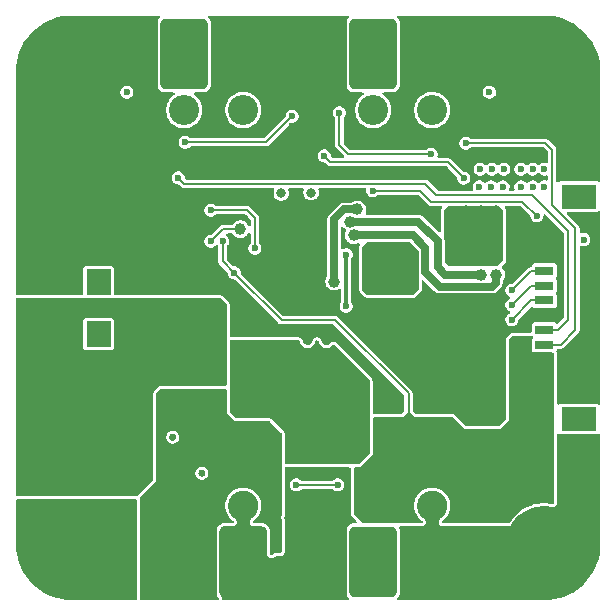
<source format=gbr>
%TF.GenerationSoftware,KiCad,Pcbnew,9.0.2*%
%TF.CreationDate,2025-07-10T02:00:26+01:00*%
%TF.ProjectId,PDB_AURA,5044425f-4155-4524-912e-6b696361645f,rev?*%
%TF.SameCoordinates,Original*%
%TF.FileFunction,Copper,L4,Bot*%
%TF.FilePolarity,Positive*%
%FSLAX46Y46*%
G04 Gerber Fmt 4.6, Leading zero omitted, Abs format (unit mm)*
G04 Created by KiCad (PCBNEW 9.0.2) date 2025-07-10 02:00:26*
%MOMM*%
%LPD*%
G01*
G04 APERTURE LIST*
G04 Aperture macros list*
%AMRoundRect*
0 Rectangle with rounded corners*
0 $1 Rounding radius*
0 $2 $3 $4 $5 $6 $7 $8 $9 X,Y pos of 4 corners*
0 Add a 4 corners polygon primitive as box body*
4,1,4,$2,$3,$4,$5,$6,$7,$8,$9,$2,$3,0*
0 Add four circle primitives for the rounded corners*
1,1,$1+$1,$2,$3*
1,1,$1+$1,$4,$5*
1,1,$1+$1,$6,$7*
1,1,$1+$1,$8,$9*
0 Add four rect primitives between the rounded corners*
20,1,$1+$1,$2,$3,$4,$5,0*
20,1,$1+$1,$4,$5,$6,$7,0*
20,1,$1+$1,$6,$7,$8,$9,0*
20,1,$1+$1,$8,$9,$2,$3,0*%
%AMFreePoly0*
4,1,23,0.500000,-0.750000,0.000000,-0.750000,0.000000,-0.745722,-0.065263,-0.745722,-0.191342,-0.711940,-0.304381,-0.646677,-0.396677,-0.554381,-0.461940,-0.441342,-0.495722,-0.315263,-0.495722,-0.250000,-0.500000,-0.250000,-0.500000,0.250000,-0.495722,0.250000,-0.495722,0.315263,-0.461940,0.441342,-0.396677,0.554381,-0.304381,0.646677,-0.191342,0.711940,-0.065263,0.745722,0.000000,0.745722,
0.000000,0.750000,0.500000,0.750000,0.500000,-0.750000,0.500000,-0.750000,$1*%
%AMFreePoly1*
4,1,23,0.000000,0.745722,0.065263,0.745722,0.191342,0.711940,0.304381,0.646677,0.396677,0.554381,0.461940,0.441342,0.495722,0.315263,0.495722,0.250000,0.500000,0.250000,0.500000,-0.250000,0.495722,-0.250000,0.495722,-0.315263,0.461940,-0.441342,0.396677,-0.554381,0.304381,-0.646677,0.191342,-0.711940,0.065263,-0.745722,0.000000,-0.745722,0.000000,-0.750000,-0.500000,-0.750000,
-0.500000,0.750000,0.000000,0.750000,0.000000,0.745722,0.000000,0.745722,$1*%
G04 Aperture macros list end*
%TA.AperFunction,ComponentPad*%
%ADD10C,2.550000*%
%TD*%
%TA.AperFunction,ComponentPad*%
%ADD11C,1.500000*%
%TD*%
%TA.AperFunction,SMDPad,CuDef*%
%ADD12RoundRect,0.500000X-3.500000X-2.000000X3.500000X-2.000000X3.500000X2.000000X-3.500000X2.000000X0*%
%TD*%
%TA.AperFunction,ComponentPad*%
%ADD13C,0.800000*%
%TD*%
%TA.AperFunction,ComponentPad*%
%ADD14C,6.400000*%
%TD*%
%TA.AperFunction,SMDPad,CuDef*%
%ADD15RoundRect,0.400000X-1.600000X2.600000X-1.600000X-2.600000X1.600000X-2.600000X1.600000X2.600000X0*%
%TD*%
%TA.AperFunction,SMDPad,CuDef*%
%ADD16FreePoly0,0.000000*%
%TD*%
%TA.AperFunction,SMDPad,CuDef*%
%ADD17FreePoly1,0.000000*%
%TD*%
%TA.AperFunction,SMDPad,CuDef*%
%ADD18R,2.150000X2.200000*%
%TD*%
%TA.AperFunction,SMDPad,CuDef*%
%ADD19RoundRect,0.400000X1.600000X-2.600000X1.600000X2.600000X-1.600000X2.600000X-1.600000X-2.600000X0*%
%TD*%
%TA.AperFunction,SMDPad,CuDef*%
%ADD20R,1.600000X0.800000*%
%TD*%
%TA.AperFunction,SMDPad,CuDef*%
%ADD21R,3.000000X2.100000*%
%TD*%
%TA.AperFunction,SMDPad,CuDef*%
%ADD22C,1.000000*%
%TD*%
%TA.AperFunction,ViaPad*%
%ADD23C,0.600000*%
%TD*%
%TA.AperFunction,ViaPad*%
%ADD24C,0.800000*%
%TD*%
%TA.AperFunction,ViaPad*%
%ADD25C,1.000000*%
%TD*%
%TA.AperFunction,Conductor*%
%ADD26C,0.200000*%
%TD*%
%TA.AperFunction,Conductor*%
%ADD27C,0.650000*%
%TD*%
%TA.AperFunction,Conductor*%
%ADD28C,0.300000*%
%TD*%
G04 APERTURE END LIST*
D10*
%TO.P,J300,1,1*%
%TO.N,/300_Connectors/VBAT_CH1*%
X64500000Y-58250000D03*
%TO.P,J300,2,2*%
%TO.N,+BATT_FILT*%
X69500000Y-58250000D03*
D11*
%TO.P,J300,3,3*%
%TO.N,GND*%
X61500000Y-53250000D03*
%TO.P,J300,4,4*%
X72500000Y-53250000D03*
%TD*%
D12*
%TO.P,J102,1,1*%
%TO.N,GND*%
X56000000Y-63750000D03*
%TD*%
D13*
%TO.P,H102,1,1*%
%TO.N,GND*%
X92600000Y-55000000D03*
X93302944Y-53302944D03*
X93302944Y-56697056D03*
X95000000Y-52600000D03*
D14*
X95000000Y-55000000D03*
D13*
X95000000Y-57400000D03*
X96697056Y-53302944D03*
X96697056Y-56697056D03*
X97400000Y-55000000D03*
%TD*%
D10*
%TO.P,J100,1,1*%
%TO.N,+BATT*%
X63162000Y-77500000D03*
%TO.P,J100,2,2*%
%TO.N,GND*%
X63162000Y-72500000D03*
D11*
%TO.P,J100,3,3*%
X53162000Y-69500000D03*
%TO.P,J100,4,4*%
%TO.N,+BATT*%
X53162000Y-80500000D03*
%TD*%
D10*
%TO.P,J303,1,1*%
%TO.N,GND*%
X69500000Y-91750000D03*
%TO.P,J303,2,2*%
%TO.N,+BATT_FILT*%
X64500000Y-91750000D03*
D11*
%TO.P,J303,3,3*%
%TO.N,GND*%
X72500000Y-96750000D03*
%TO.P,J303,4,4*%
%TO.N,+BATT_FILT*%
X61500000Y-96750000D03*
%TD*%
D13*
%TO.P,H101,1,1*%
%TO.N,GND*%
X52600000Y-55000000D03*
X53302944Y-53302944D03*
X53302944Y-56697056D03*
X55000000Y-52600000D03*
D14*
X55000000Y-55000000D03*
D13*
X55000000Y-57400000D03*
X56697056Y-53302944D03*
X56697056Y-56697056D03*
X57400000Y-55000000D03*
%TD*%
%TO.P,H100,1,1*%
%TO.N,GND*%
X92600000Y-95000000D03*
X93302944Y-93302944D03*
X93302944Y-96697056D03*
X95000000Y-92600000D03*
D14*
X95000000Y-95000000D03*
D13*
X95000000Y-97400000D03*
X96697056Y-93302944D03*
X96697056Y-96697056D03*
X97400000Y-95000000D03*
%TD*%
%TO.P,H103,1,1*%
%TO.N,GND*%
X52600000Y-95000000D03*
X53302944Y-93302944D03*
X53302944Y-96697056D03*
X55000000Y-92600000D03*
D14*
X55000000Y-95000000D03*
D13*
X55000000Y-97400000D03*
X56697056Y-93302944D03*
X56697056Y-96697056D03*
X57400000Y-95000000D03*
%TD*%
D10*
%TO.P,J304,1,1*%
%TO.N,GND*%
X85500000Y-91750000D03*
%TO.P,J304,2,2*%
%TO.N,+5V*%
X80500000Y-91750000D03*
D11*
%TO.P,J304,3,3*%
%TO.N,GND*%
X88500000Y-96750000D03*
%TO.P,J304,4,4*%
X77500000Y-96750000D03*
%TD*%
D12*
%TO.P,J101,1,1*%
%TO.N,+BATT*%
X56000000Y-86250000D03*
%TD*%
D10*
%TO.P,J301,1,1*%
%TO.N,/300_Connectors/VBAT_CH2*%
X80500000Y-58250000D03*
%TO.P,J301,2,2*%
%TO.N,+BATT_FILT*%
X85500000Y-58250000D03*
D11*
%TO.P,J301,3,3*%
%TO.N,GND*%
X77500000Y-53250000D03*
%TO.P,J301,4,4*%
X88500000Y-53250000D03*
%TD*%
D15*
%TO.P,J312,1,1*%
%TO.N,GND*%
X69500000Y-96500000D03*
%TD*%
%TO.P,J307,1,1*%
%TO.N,+BATT_FILT*%
X80500000Y-53500000D03*
%TD*%
%TO.P,J306,1,1*%
%TO.N,GND*%
X69500000Y-53500000D03*
%TD*%
D16*
%TO.P,JP100,1,A*%
%TO.N,+BATT*%
X67600000Y-79000000D03*
D17*
%TO.P,JP100,2,B*%
%TO.N,INA_IN+*%
X68900000Y-79000000D03*
%TD*%
D18*
%TO.P,D1,1,1*%
%TO.N,unconnected-(D1-Pad1)*%
X57250000Y-77200000D03*
%TO.P,D1,2,2*%
%TO.N,unconnected-(D1-Pad2)*%
X57250000Y-72800000D03*
%TD*%
D19*
%TO.P,J308,1,1*%
%TO.N,GND*%
X85500000Y-53500000D03*
%TD*%
%TO.P,J309,1,1*%
%TO.N,+BATT_FILT*%
X80500000Y-96500000D03*
%TD*%
D15*
%TO.P,J310,1,1*%
%TO.N,GND*%
X85500000Y-96500000D03*
%TD*%
D20*
%TO.P,J302,1,1*%
%TO.N,GND*%
X95008000Y-68125000D03*
%TO.P,J302,2,2*%
X95008000Y-69375000D03*
%TO.P,J302,3,3*%
X95008000Y-70625000D03*
%TO.P,J302,4,4*%
%TO.N,+3V3*%
X95008000Y-71875000D03*
%TO.P,J302,5,5*%
%TO.N,SDA*%
X95008000Y-73125000D03*
%TO.P,J302,6,6*%
%TO.N,SCL*%
X95008000Y-74375000D03*
%TO.P,J302,7,7*%
%TO.N,GND*%
X95008000Y-75625000D03*
%TO.P,J302,8,8*%
%TO.N,MSFT_1*%
X95008000Y-76875000D03*
%TO.P,J302,9,9*%
%TO.N,MSFT_2*%
X95008000Y-78125000D03*
%TO.P,J302,10,10*%
%TO.N,+5V*%
X95008000Y-79375000D03*
%TO.P,J302,11,11*%
X95008000Y-80625000D03*
%TO.P,J302,12,12*%
X95008000Y-81875000D03*
D21*
%TO.P,J302,13*%
%TO.N,N/C*%
X97908000Y-65575000D03*
%TO.P,J302,14*%
X97908000Y-84425000D03*
%TD*%
D22*
%TO.P,TP201,1,1*%
%TO.N,/200_Buck_Regulator/5V_FB*%
X69250000Y-68350000D03*
%TD*%
D19*
%TO.P,J305,1,1*%
%TO.N,+BATT_FILT*%
X64500000Y-53500000D03*
%TD*%
%TO.P,J311,1,1*%
%TO.N,+BATT_FILT*%
X64500000Y-96500000D03*
%TD*%
D23*
%TO.N,GND*%
X90490000Y-61800000D03*
X84000000Y-53500000D03*
X52750000Y-72750000D03*
X68750000Y-55750000D03*
X94990000Y-61800000D03*
X85850000Y-63250000D03*
X74011169Y-73332331D03*
X70450000Y-63900000D03*
D24*
X56000000Y-63000000D03*
D23*
X90250000Y-95250000D03*
X75470000Y-96040000D03*
X68000000Y-52750000D03*
X69500000Y-95000000D03*
X66750000Y-65750000D03*
X57750000Y-67750000D03*
X84000000Y-97250000D03*
X69656140Y-67436186D03*
X87000000Y-95750000D03*
X84750000Y-51250000D03*
X68000000Y-54250000D03*
X65250000Y-72750000D03*
D24*
X81285000Y-65850000D03*
D23*
X92990000Y-61800000D03*
D24*
X76550000Y-77750000D03*
D23*
X86250000Y-52000000D03*
X85500000Y-55750000D03*
X91500000Y-60250000D03*
X70250000Y-51250000D03*
X95000000Y-60250000D03*
X57750000Y-70250000D03*
X60250000Y-70250000D03*
X85500000Y-94250000D03*
X89500000Y-60250000D03*
X77040000Y-59034330D03*
X68000000Y-53500000D03*
X97650000Y-86750000D03*
X76720000Y-91500000D03*
X69500000Y-94250000D03*
X62750000Y-67750000D03*
X66014772Y-69034653D03*
X86550000Y-63250000D03*
X68750000Y-52750000D03*
X84750000Y-95750000D03*
X68000000Y-98750000D03*
X60250000Y-60250000D03*
X52750000Y-60250000D03*
X94000000Y-60250000D03*
X87000000Y-98000000D03*
X75650000Y-72760000D03*
X84000000Y-52000000D03*
X84000000Y-55750000D03*
X85500000Y-97250000D03*
X85500000Y-54250000D03*
D24*
X58500000Y-61750000D03*
D23*
X87000000Y-53500000D03*
X84750000Y-54250000D03*
X91490000Y-61800000D03*
X68000000Y-97250000D03*
X67750000Y-72050000D03*
X75250000Y-55250000D03*
D24*
X56000000Y-61750000D03*
D23*
X90250000Y-52750000D03*
D24*
X79250000Y-65500000D03*
D23*
X68750000Y-51250000D03*
X84750000Y-55000000D03*
X71000000Y-95750000D03*
D24*
X56000000Y-65500000D03*
D23*
X68000000Y-98000000D03*
X70250000Y-94250000D03*
X57750000Y-72750000D03*
X86250000Y-51250000D03*
X84000000Y-95750000D03*
X84750000Y-55750000D03*
X84000000Y-94250000D03*
X86250000Y-97250000D03*
X71000000Y-55000000D03*
X87000000Y-55750000D03*
X76948406Y-61530000D03*
X97750000Y-77750000D03*
D24*
X58500000Y-63000000D03*
D23*
X87000000Y-52000000D03*
X69500000Y-95750000D03*
X68750000Y-98000000D03*
D24*
X57250000Y-63000000D03*
D23*
X86250000Y-54250000D03*
X97510000Y-61240000D03*
X60000000Y-97750000D03*
X70250000Y-97250000D03*
X97750000Y-57750000D03*
D24*
X74000000Y-69750000D03*
D23*
X96650000Y-90050000D03*
D24*
X53500000Y-64250000D03*
D23*
X70250000Y-96500000D03*
X85500000Y-98000000D03*
X73631116Y-59647414D03*
X84000000Y-52750000D03*
X71000000Y-55750000D03*
X60250000Y-67750000D03*
D24*
X78250000Y-65500000D03*
D23*
X91250000Y-83250000D03*
X71000000Y-96500000D03*
X68750000Y-94250000D03*
X71000000Y-52750000D03*
X77750000Y-55250000D03*
D24*
X54750000Y-64250000D03*
D23*
X96650000Y-89050000D03*
X55250000Y-67750000D03*
X85500000Y-95750000D03*
X86250000Y-55750000D03*
X97750000Y-90250000D03*
X73280000Y-92740000D03*
X84750000Y-95000000D03*
X68750000Y-96500000D03*
D24*
X76670000Y-66290000D03*
D23*
X85500000Y-95000000D03*
X70250000Y-53500000D03*
X68750000Y-95750000D03*
X86250000Y-98750000D03*
X73625000Y-62150000D03*
D24*
X53500000Y-65500000D03*
D23*
X97750000Y-60250000D03*
X87000000Y-52750000D03*
X86250000Y-98000000D03*
X68750000Y-52000000D03*
X90250000Y-97750000D03*
X84000000Y-55000000D03*
X87750000Y-80250000D03*
X85150000Y-63950000D03*
X69500000Y-52750000D03*
X74073465Y-74730000D03*
X72750000Y-55250000D03*
X87000000Y-98750000D03*
X55250000Y-70250000D03*
D24*
X58500000Y-64250000D03*
X58500000Y-65500000D03*
D23*
X87000000Y-97250000D03*
X84000000Y-98000000D03*
X71000000Y-54250000D03*
D24*
X54750000Y-61750000D03*
D23*
X70250000Y-98000000D03*
X88070000Y-62010000D03*
D24*
X77250000Y-65500000D03*
D23*
X69800000Y-63250000D03*
D24*
X56000000Y-64250000D03*
D23*
X68000000Y-51250000D03*
X68750000Y-54250000D03*
X74785717Y-97549875D03*
X85250000Y-80250000D03*
X71000000Y-98000000D03*
X60250000Y-72750000D03*
X93430000Y-68420000D03*
X57750000Y-60250000D03*
D24*
X53500000Y-61750000D03*
D23*
X66000000Y-89000000D03*
X71000000Y-98750000D03*
X85850000Y-63950000D03*
X68000000Y-96500000D03*
X77750000Y-95250000D03*
X84750000Y-52750000D03*
X84000000Y-54250000D03*
X68750000Y-97250000D03*
X68750000Y-95000000D03*
D24*
X83825000Y-65850000D03*
D23*
X86250000Y-53500000D03*
X74000000Y-65275000D03*
X69500000Y-52000000D03*
D24*
X54750000Y-65500000D03*
D23*
X69500000Y-53500000D03*
X69500000Y-54250000D03*
X55250000Y-72750000D03*
X88070000Y-63000000D03*
X68000000Y-55750000D03*
X86250000Y-95750000D03*
X71000000Y-97250000D03*
X76375000Y-58500000D03*
X61930000Y-62990000D03*
X69500000Y-55750000D03*
X85500000Y-53500000D03*
X87000000Y-96500000D03*
X91250000Y-84250000D03*
X85150000Y-63250000D03*
D24*
X57250000Y-61750000D03*
D23*
X70250000Y-52750000D03*
X85500000Y-52750000D03*
X84000000Y-98750000D03*
X69150000Y-63900000D03*
X87000000Y-51250000D03*
D24*
X82560000Y-66750000D03*
D23*
X89490000Y-61800000D03*
X68750000Y-98750000D03*
X78925000Y-71250000D03*
X69500000Y-98750000D03*
D24*
X74000000Y-71250000D03*
D23*
X90250000Y-84250000D03*
X85500000Y-51250000D03*
X70250000Y-54250000D03*
X86250000Y-55000000D03*
X97750000Y-79750000D03*
X96650000Y-88050000D03*
X75250000Y-52750000D03*
X69500000Y-55000000D03*
X70250000Y-98750000D03*
X97750000Y-78750000D03*
X85500000Y-98750000D03*
D24*
X57250000Y-65500000D03*
D23*
X72350000Y-72950000D03*
X71000000Y-51250000D03*
X84750000Y-96500000D03*
X69500000Y-51250000D03*
X97650000Y-81250000D03*
X93000000Y-60250000D03*
X68000000Y-55000000D03*
X84750000Y-52000000D03*
X97750000Y-87750000D03*
X68000000Y-95750000D03*
X93420000Y-70420000D03*
X71000000Y-94250000D03*
X75425000Y-91140000D03*
D24*
X83830000Y-66750000D03*
D23*
X55250000Y-60250000D03*
D24*
X53500000Y-63000000D03*
X54750000Y-63000000D03*
D23*
X93990000Y-61800000D03*
X70250000Y-52000000D03*
X96250000Y-61240000D03*
X65750000Y-66750000D03*
X70250000Y-95000000D03*
X69500000Y-96500000D03*
X71000000Y-52000000D03*
X63520000Y-85950000D03*
X68000000Y-95000000D03*
X69350000Y-69518329D03*
X84000000Y-96500000D03*
X90500000Y-60250000D03*
X87000000Y-54250000D03*
X82750000Y-80250000D03*
D24*
X74950000Y-77750000D03*
D23*
X71000000Y-53500000D03*
X71560918Y-71021075D03*
X69150000Y-63250000D03*
X86250000Y-96500000D03*
X86250000Y-95000000D03*
X87000000Y-55000000D03*
X87000000Y-94250000D03*
X87000000Y-95000000D03*
X70250000Y-55750000D03*
X86250000Y-94250000D03*
X85500000Y-55000000D03*
X68000000Y-94250000D03*
X85500000Y-96500000D03*
X70250000Y-95750000D03*
X84750000Y-94250000D03*
X84750000Y-98000000D03*
X85380000Y-61110000D03*
X68000000Y-52000000D03*
X84750000Y-98750000D03*
X61930000Y-62010000D03*
X70450000Y-63250000D03*
X84750000Y-53500000D03*
X84000000Y-95000000D03*
X68750000Y-55000000D03*
X69500000Y-97250000D03*
X84000000Y-51250000D03*
X62750000Y-70250000D03*
X92781866Y-71382494D03*
X52750000Y-67750000D03*
X73999999Y-67689133D03*
X69800000Y-63900000D03*
X86250000Y-52750000D03*
D24*
X71400000Y-66240000D03*
D23*
X84750000Y-97250000D03*
X68750000Y-53500000D03*
D24*
X82555000Y-65850000D03*
D23*
X97650000Y-82250000D03*
X69500000Y-98000000D03*
X71000000Y-95000000D03*
D24*
X81290000Y-66750000D03*
X57250000Y-64250000D03*
D23*
X70250000Y-55000000D03*
X60250000Y-52750000D03*
X80250000Y-77750000D03*
X85500000Y-52000000D03*
X60000000Y-92750000D03*
%TO.N,+5V*%
X93250000Y-79750000D03*
X93250000Y-88000000D03*
X91250000Y-88000000D03*
X92250000Y-84750000D03*
X93250000Y-84750000D03*
X93250000Y-83250000D03*
X94250000Y-89000000D03*
X80475000Y-65100000D03*
X90250000Y-90000000D03*
X93250000Y-82250000D03*
X93250000Y-77750000D03*
X91250000Y-85750000D03*
X92250000Y-90000000D03*
X93250000Y-85750000D03*
X91250000Y-86750000D03*
X94370000Y-67224998D03*
X94250000Y-88000000D03*
X93250000Y-78750000D03*
X94250000Y-90000000D03*
X90250000Y-85750000D03*
X90250000Y-89000000D03*
X91250000Y-89000000D03*
X91250000Y-90000000D03*
X90250000Y-88000000D03*
X93250000Y-89000000D03*
X90250000Y-86750000D03*
X93250000Y-86750000D03*
X93250000Y-81250000D03*
X92250000Y-85750000D03*
X67750000Y-69350000D03*
X92250000Y-89000000D03*
X93250000Y-90000000D03*
X92250000Y-86750000D03*
X68750000Y-72050000D03*
X92250000Y-88000000D03*
D25*
%TO.N,/200_Buck_Regulator/5V_SW*%
X78550000Y-67700000D03*
D24*
X83500000Y-71250000D03*
X80250000Y-71250000D03*
X83500000Y-70000000D03*
D25*
X89650000Y-72185000D03*
D24*
X83500000Y-72500000D03*
X80250000Y-70000000D03*
X82000000Y-71250000D03*
X80250000Y-72500000D03*
X82000000Y-72500000D03*
X82000000Y-70000000D03*
D23*
%TO.N,/200_Buck_Regulator/COMP_FB_C*%
X70492220Y-69967739D03*
X66760000Y-66730000D03*
%TO.N,/200_Buck_Regulator/5V_FB*%
X66750000Y-69350000D03*
%TO.N,+BATT*%
X60250000Y-77750000D03*
X60250000Y-75250000D03*
X52750000Y-90250000D03*
D24*
X57250000Y-84250000D03*
D23*
X65250000Y-80250000D03*
D24*
X58500000Y-85500000D03*
D23*
X55250000Y-77750000D03*
D24*
X57250000Y-88000000D03*
D23*
X57750000Y-75250000D03*
D24*
X57250000Y-85500000D03*
X54750000Y-88000000D03*
D23*
X55250000Y-75250000D03*
D24*
X56000000Y-84250000D03*
D23*
X67750000Y-77750000D03*
D24*
X56000000Y-86750000D03*
X58500000Y-86750000D03*
X53500000Y-88000000D03*
D23*
X55250000Y-82750000D03*
D24*
X58500000Y-84250000D03*
X53500000Y-84250000D03*
D23*
X52750000Y-75250000D03*
D24*
X53500000Y-86750000D03*
X54750000Y-84250000D03*
X56000000Y-85500000D03*
D23*
X57750000Y-90250000D03*
D24*
X54750000Y-86750000D03*
D23*
X57750000Y-82750000D03*
X55250000Y-80250000D03*
X52750000Y-77750000D03*
X65250000Y-77750000D03*
X60250000Y-82750000D03*
X57750000Y-80250000D03*
D24*
X58500000Y-88000000D03*
D23*
X62750000Y-80250000D03*
X60250000Y-80250000D03*
X55250000Y-90250000D03*
X62750000Y-75250000D03*
D24*
X54750000Y-85500000D03*
X57250000Y-86750000D03*
D23*
X57750000Y-77750000D03*
D24*
X53500000Y-85500000D03*
X56000000Y-88000000D03*
D23*
X52750000Y-82750000D03*
%TO.N,MSFT_1*%
X64000000Y-64000000D03*
%TO.N,MSFT_2*%
X88350000Y-61050000D03*
%TO.N,+3V3*%
X92250000Y-73500000D03*
X74000000Y-90000000D03*
X77500000Y-90000000D03*
%TO.N,INA_IN+*%
X69750000Y-83250000D03*
X78750000Y-86250000D03*
X75750000Y-82250000D03*
X77750000Y-87250000D03*
X75750000Y-84250000D03*
X75750000Y-83250000D03*
X73750000Y-79250000D03*
X77750000Y-83250000D03*
X77750000Y-81250000D03*
X76750000Y-84250000D03*
X79750000Y-87250000D03*
X77750000Y-85250000D03*
X74750000Y-82250000D03*
X74750000Y-83250000D03*
X78750000Y-81250000D03*
X78750000Y-80250000D03*
X73750000Y-82250000D03*
D24*
X71750000Y-82000000D03*
X76500000Y-79250000D03*
X71750000Y-80500000D03*
X70500000Y-79000000D03*
X70500000Y-80500000D03*
D23*
X73750000Y-81250000D03*
D24*
X75000000Y-79250000D03*
D23*
X79750000Y-83250000D03*
X74750000Y-81250000D03*
X79750000Y-85250000D03*
X70750000Y-83250000D03*
D24*
X69250000Y-82000000D03*
D23*
X77750000Y-86250000D03*
X72750000Y-83250000D03*
X79750000Y-81250000D03*
X76750000Y-82250000D03*
X77750000Y-80250000D03*
D24*
X70500000Y-82000000D03*
D23*
X79750000Y-86250000D03*
X68750000Y-83250000D03*
X78750000Y-87250000D03*
X77750000Y-79250000D03*
D24*
X69250000Y-80500000D03*
D23*
X73750000Y-80250000D03*
X79750000Y-84250000D03*
X77750000Y-84250000D03*
X78750000Y-85250000D03*
X77750000Y-82250000D03*
X76750000Y-83250000D03*
X73750000Y-83250000D03*
X79750000Y-82250000D03*
X78750000Y-84250000D03*
X78750000Y-83250000D03*
X75750000Y-81250000D03*
X71750000Y-83250000D03*
X76750000Y-81250000D03*
D24*
X71750000Y-79000000D03*
D23*
X78750000Y-82250000D03*
%TO.N,SCL*%
X92250000Y-76000000D03*
%TO.N,SDA*%
X92250000Y-74750000D03*
%TO.N,+5V_VCC*%
X78220000Y-74880000D03*
X78219341Y-70500000D03*
D25*
%TO.N,/200_Buck_Regulator/5V_HO*%
X78860955Y-68859014D03*
X90910000Y-72180000D03*
%TO.N,/200_Buck_Regulator/5V_LO*%
X77200000Y-72775000D03*
X79172775Y-66674253D03*
D23*
%TO.N,/300_Connectors/VGS_CH1*%
X64580000Y-60990000D03*
X73640000Y-58790000D03*
%TO.N,/300_Connectors/MSFT_2_R*%
X77640000Y-58500000D03*
X85410000Y-62010000D03*
%TO.N,/300_Connectors/VGS_CH2*%
X76360000Y-62130000D03*
X88159943Y-64010000D03*
%TO.N,+BATT_FILT*%
X66000000Y-98750000D03*
X81250000Y-52000000D03*
X68250000Y-89750000D03*
X79000000Y-97250000D03*
X79750000Y-53500000D03*
X79000000Y-94250000D03*
X64500000Y-52000000D03*
X82000000Y-94250000D03*
X90500000Y-64750000D03*
X80500000Y-55000000D03*
X63750000Y-98750000D03*
X79750000Y-55750000D03*
X61500000Y-98750000D03*
X82000000Y-97250000D03*
X65250000Y-53500000D03*
X63750000Y-94250000D03*
X72250000Y-94000000D03*
X82000000Y-98750000D03*
X80500000Y-53500000D03*
X59650000Y-56750000D03*
X81250000Y-97250000D03*
X71250000Y-91750000D03*
X81250000Y-95750000D03*
X63750000Y-96500000D03*
X80500000Y-95750000D03*
X81250000Y-53500000D03*
X81250000Y-98750000D03*
X63000000Y-97250000D03*
X65250000Y-97250000D03*
X82000000Y-95750000D03*
X63000000Y-95750000D03*
X82000000Y-55000000D03*
D24*
X88350000Y-66700000D03*
D23*
X89550000Y-63250000D03*
X81250000Y-94250000D03*
D24*
X89650000Y-66700000D03*
D23*
X63000000Y-52000000D03*
D24*
X89000000Y-70750000D03*
X87500000Y-68250000D03*
D23*
X79000000Y-52000000D03*
X61500000Y-92250000D03*
X66000000Y-97250000D03*
X91550000Y-63250000D03*
X80500000Y-97250000D03*
X79000000Y-95000000D03*
X80500000Y-94250000D03*
X93000000Y-64750000D03*
X80500000Y-52750000D03*
X94000000Y-63250000D03*
X63000000Y-53500000D03*
X64500000Y-53500000D03*
X79750000Y-94250000D03*
X62500000Y-92250000D03*
X79750000Y-97250000D03*
X79750000Y-52750000D03*
X65250000Y-96500000D03*
X64500000Y-52750000D03*
X66000000Y-53500000D03*
X82000000Y-52750000D03*
X79000000Y-98750000D03*
X64500000Y-94250000D03*
X63000000Y-55750000D03*
X79000000Y-55000000D03*
X63750000Y-52750000D03*
X91500000Y-64750000D03*
X80500000Y-98750000D03*
X66000000Y-55000000D03*
X65250000Y-95750000D03*
D24*
X89000000Y-68250000D03*
D23*
X79750000Y-95750000D03*
X93000000Y-63250000D03*
X90550000Y-63250000D03*
X79750000Y-96500000D03*
X81250000Y-95000000D03*
X71250000Y-88750000D03*
X79000000Y-95750000D03*
X63750000Y-52000000D03*
X67250000Y-92750000D03*
X66000000Y-94250000D03*
X80500000Y-52000000D03*
X94000000Y-64750000D03*
X64500000Y-95750000D03*
X66000000Y-95750000D03*
X63750000Y-54250000D03*
X63750000Y-53500000D03*
X65250000Y-95000000D03*
D24*
X90500000Y-70750000D03*
D23*
X81250000Y-98000000D03*
X72250000Y-95000000D03*
X82000000Y-53500000D03*
X63750000Y-98000000D03*
X63000000Y-96500000D03*
X63250000Y-90250000D03*
X64500000Y-98750000D03*
X72250000Y-91750000D03*
X66000000Y-55750000D03*
X80500000Y-95000000D03*
X66000000Y-95000000D03*
X95000000Y-63250000D03*
X62500000Y-91250000D03*
X65250000Y-98750000D03*
X70250000Y-89750000D03*
X63000000Y-98750000D03*
X62500000Y-93250000D03*
X82000000Y-51250000D03*
D24*
X90500000Y-68250000D03*
D23*
X80500000Y-55750000D03*
X81250000Y-51250000D03*
X63750000Y-55750000D03*
X79000000Y-54250000D03*
X80500000Y-54250000D03*
X72250000Y-88750000D03*
X81250000Y-55750000D03*
X65250000Y-55000000D03*
X66250000Y-91750000D03*
X79000000Y-51250000D03*
X79750000Y-98750000D03*
X79750000Y-54250000D03*
X65250000Y-52000000D03*
X66250000Y-90750000D03*
X80500000Y-98000000D03*
X63000000Y-52750000D03*
X98340000Y-69220000D03*
X66000000Y-52750000D03*
X63000000Y-98000000D03*
D24*
X75250000Y-65250000D03*
D23*
X79000000Y-52750000D03*
X66000000Y-52000000D03*
X63000000Y-55000000D03*
X63750000Y-95000000D03*
X81250000Y-52750000D03*
X65250000Y-98000000D03*
X63750000Y-97250000D03*
X71250000Y-90750000D03*
X81250000Y-96500000D03*
X72250000Y-89750000D03*
X67250000Y-90750000D03*
D24*
X90900000Y-66700000D03*
D23*
X71250000Y-89750000D03*
X61500000Y-93250000D03*
X90350000Y-56750000D03*
X63750000Y-55000000D03*
X80500000Y-51250000D03*
X79750000Y-98000000D03*
X82000000Y-98000000D03*
X80500000Y-96500000D03*
X63000000Y-95000000D03*
X82000000Y-95000000D03*
X66000000Y-51250000D03*
X72250000Y-93000000D03*
X69250000Y-87750000D03*
X64500000Y-54250000D03*
X68250000Y-88750000D03*
X66250000Y-92750000D03*
X79000000Y-98000000D03*
X63750000Y-51250000D03*
X64500000Y-51250000D03*
X95000000Y-64750000D03*
X82000000Y-55750000D03*
X79750000Y-52000000D03*
X67250000Y-89750000D03*
X63000000Y-54250000D03*
X66000000Y-54250000D03*
X82000000Y-54250000D03*
X81250000Y-54250000D03*
X64500000Y-97250000D03*
X81250000Y-55000000D03*
X69250000Y-89750000D03*
D24*
X87500000Y-69500000D03*
X87500000Y-70750000D03*
D23*
X64500000Y-55000000D03*
X82000000Y-52000000D03*
X69250000Y-85750000D03*
X82000000Y-96500000D03*
X64500000Y-55750000D03*
X69250000Y-88750000D03*
X69250000Y-86750000D03*
X64500000Y-95000000D03*
X65250000Y-51250000D03*
X63750000Y-95750000D03*
X79000000Y-53500000D03*
X67250000Y-91750000D03*
X65250000Y-55750000D03*
X64500000Y-98000000D03*
X89500000Y-64750000D03*
X63000000Y-51250000D03*
X79000000Y-55750000D03*
X65250000Y-52750000D03*
X66000000Y-96500000D03*
X79750000Y-51250000D03*
X64500000Y-96500000D03*
D24*
X90500000Y-69500000D03*
D23*
X79750000Y-55000000D03*
X65250000Y-54250000D03*
D24*
X89000000Y-69500000D03*
D23*
X65250000Y-94250000D03*
X71250000Y-93000000D03*
X70250000Y-88750000D03*
X79000000Y-96500000D03*
D24*
X72714826Y-65275124D03*
D23*
X72250000Y-90750000D03*
X66000000Y-98000000D03*
X79750000Y-95000000D03*
X63000000Y-94250000D03*
%TD*%
D26*
%TO.N,+5V*%
X93144002Y-65999000D02*
X94370000Y-67224998D01*
X67750000Y-69350000D02*
X67750000Y-71050000D01*
X84500000Y-65100000D02*
X85399000Y-65999000D01*
X68750000Y-72050000D02*
X72750000Y-76050000D01*
X72750000Y-76050000D02*
X77300000Y-76050000D01*
X67750000Y-71050000D02*
X68750000Y-72050000D01*
X80475000Y-65100000D02*
X84500000Y-65100000D01*
X85399000Y-65999000D02*
X93144002Y-65999000D01*
X77300000Y-76050000D02*
X83500000Y-82250000D01*
X83500000Y-82250000D02*
X83500000Y-84500000D01*
D27*
%TO.N,/200_Buck_Regulator/5V_SW*%
X78550000Y-67700000D02*
X84340000Y-67700000D01*
X86625000Y-72185000D02*
X89650000Y-72185000D01*
X84340000Y-67700000D02*
X85999785Y-69359785D01*
X85999785Y-71559785D02*
X86625000Y-72185000D01*
X85999785Y-69359785D02*
X85999785Y-71559785D01*
D26*
%TO.N,/200_Buck_Regulator/COMP_FB_C*%
X69830000Y-66730000D02*
X66760000Y-66730000D01*
X70492220Y-67392220D02*
X69830000Y-66730000D01*
X70492220Y-69967739D02*
X70492220Y-67392220D01*
%TO.N,/200_Buck_Regulator/5V_FB*%
X67750000Y-68350000D02*
X66750000Y-69350000D01*
X69250000Y-68350000D02*
X67750000Y-68350000D01*
%TO.N,MSFT_1*%
X85850000Y-65450000D02*
X84900000Y-64500000D01*
X97000000Y-76000000D02*
X97000000Y-68490000D01*
X96125000Y-76875000D02*
X97000000Y-76000000D01*
X97000000Y-68490000D02*
X93960000Y-65450000D01*
X84900000Y-64500000D02*
X64500000Y-64500000D01*
X93960000Y-65450000D02*
X85850000Y-65450000D01*
X95008000Y-76875000D02*
X96125000Y-76875000D01*
X64500000Y-64500000D02*
X64000000Y-64000000D01*
%TO.N,MSFT_2*%
X97630000Y-76870000D02*
X97630000Y-68280000D01*
X95670000Y-66320000D02*
X95670000Y-61630000D01*
X95670000Y-61630000D02*
X95090000Y-61050000D01*
X95008000Y-78125000D02*
X96375000Y-78125000D01*
X95090000Y-61050000D02*
X88350000Y-61050000D01*
X97630000Y-68280000D02*
X95670000Y-66320000D01*
X96375000Y-78125000D02*
X97630000Y-76870000D01*
%TO.N,+3V3*%
X77500000Y-90000000D02*
X74000000Y-90000000D01*
X93875000Y-71875000D02*
X95008000Y-71875000D01*
X92250000Y-73500000D02*
X93875000Y-71875000D01*
%TO.N,SCL*%
X93875000Y-74375000D02*
X92250000Y-76000000D01*
X95008000Y-74375000D02*
X93875000Y-74375000D01*
%TO.N,SDA*%
X95008000Y-73125000D02*
X93875000Y-73125000D01*
X93875000Y-73125000D02*
X92250000Y-74750000D01*
D28*
%TO.N,+5V_VCC*%
X78219341Y-74880659D02*
X78220000Y-74880000D01*
X78219341Y-70500000D02*
X78219341Y-74880659D01*
D27*
%TO.N,/200_Buck_Regulator/5V_HO*%
X78860955Y-68859014D02*
X83879014Y-68859014D01*
X89225016Y-73211000D02*
X90559000Y-73211000D01*
X90910000Y-72860000D02*
X90910000Y-72180000D01*
X84930000Y-72000000D02*
X86140000Y-73210000D01*
X90559000Y-73211000D02*
X90910000Y-72860000D01*
X84930000Y-69910000D02*
X84930000Y-72000000D01*
X89224016Y-73210000D02*
X89225016Y-73211000D01*
X83879014Y-68859014D02*
X84930000Y-69910000D01*
X86140000Y-73210000D02*
X89224016Y-73210000D01*
%TO.N,/200_Buck_Regulator/5V_LO*%
X77200000Y-72775000D02*
X77200000Y-67500000D01*
X77200000Y-67500000D02*
X78026000Y-66674000D01*
X79172522Y-66674000D02*
X79172775Y-66674253D01*
X78026000Y-66674000D02*
X79172522Y-66674000D01*
D26*
%TO.N,/300_Connectors/VGS_CH1*%
X71440000Y-60990000D02*
X73640000Y-58790000D01*
X64580000Y-60990000D02*
X71440000Y-60990000D01*
%TO.N,/300_Connectors/MSFT_2_R*%
X78410000Y-62010000D02*
X77640000Y-61240000D01*
X85410000Y-62010000D02*
X78410000Y-62010000D01*
X77640000Y-61240000D02*
X77640000Y-58500000D01*
%TO.N,/300_Connectors/VGS_CH2*%
X86710000Y-62650000D02*
X76880000Y-62650000D01*
X76880000Y-62650000D02*
X76360000Y-62130000D01*
X88159943Y-64010000D02*
X86798943Y-62649000D01*
X86798943Y-62649000D02*
X86710000Y-62649000D01*
%TD*%
%TA.AperFunction,Conductor*%
%TO.N,GND*%
G36*
X60437539Y-91225185D02*
G01*
X60483294Y-91277989D01*
X60494500Y-91329500D01*
X60494500Y-99625500D01*
X60474815Y-99692539D01*
X60422011Y-99738294D01*
X60370500Y-99749500D01*
X55002706Y-99749500D01*
X54997297Y-99749382D01*
X54591460Y-99731663D01*
X54580685Y-99730720D01*
X54194012Y-99679813D01*
X54180629Y-99678051D01*
X54169977Y-99676173D01*
X53861802Y-99607853D01*
X53776022Y-99588836D01*
X53765579Y-99586038D01*
X53380733Y-99464696D01*
X53370570Y-99460997D01*
X53260431Y-99415376D01*
X53127691Y-99360393D01*
X52997773Y-99306579D01*
X52987969Y-99302007D01*
X52630057Y-99115690D01*
X52620689Y-99110282D01*
X52280361Y-98893469D01*
X52271500Y-98887264D01*
X51951372Y-98641621D01*
X51943085Y-98634667D01*
X51645587Y-98362061D01*
X51637938Y-98354412D01*
X51365332Y-98056914D01*
X51358378Y-98048627D01*
X51112735Y-97728499D01*
X51106530Y-97719638D01*
X50889717Y-97379310D01*
X50884309Y-97369942D01*
X50697992Y-97012030D01*
X50693420Y-97002226D01*
X50655314Y-96910230D01*
X50538996Y-96629414D01*
X50535307Y-96619279D01*
X50413956Y-96234405D01*
X50411167Y-96223993D01*
X50323823Y-95830010D01*
X50321950Y-95819386D01*
X50269277Y-95419293D01*
X50268337Y-95408558D01*
X50250618Y-95002701D01*
X50250500Y-94997293D01*
X50250500Y-91329500D01*
X50270185Y-91262461D01*
X50322989Y-91216706D01*
X50374500Y-91205500D01*
X60370500Y-91205500D01*
X60437539Y-91225185D01*
G37*
%TD.AperFunction*%
%TA.AperFunction,Conductor*%
G36*
X78537539Y-88525185D02*
G01*
X78583294Y-88577989D01*
X78594500Y-88629500D01*
X78594500Y-92398639D01*
X78595963Y-92425934D01*
X78595967Y-92425988D01*
X78598797Y-92452310D01*
X78598798Y-92452312D01*
X78628586Y-92547441D01*
X78628590Y-92547451D01*
X78662068Y-92608761D01*
X78662073Y-92608769D01*
X78705649Y-92666980D01*
X78705665Y-92666998D01*
X79076487Y-93037819D01*
X79109972Y-93099142D01*
X79104988Y-93168833D01*
X79063117Y-93224767D01*
X78997652Y-93249184D01*
X78988806Y-93249500D01*
X78834298Y-93249500D01*
X78797432Y-93252401D01*
X78797426Y-93252402D01*
X78639606Y-93298254D01*
X78639603Y-93298255D01*
X78498137Y-93381917D01*
X78498129Y-93381923D01*
X78381923Y-93498129D01*
X78381917Y-93498137D01*
X78298255Y-93639603D01*
X78298254Y-93639606D01*
X78252402Y-93797426D01*
X78252401Y-93797432D01*
X78249500Y-93834298D01*
X78249500Y-99165701D01*
X78252401Y-99202567D01*
X78252402Y-99202573D01*
X78298254Y-99360393D01*
X78298255Y-99360396D01*
X78381917Y-99501862D01*
X78381923Y-99501870D01*
X78417872Y-99537819D01*
X78451357Y-99599142D01*
X78446373Y-99668834D01*
X78404501Y-99724767D01*
X78339037Y-99749184D01*
X78330191Y-99749500D01*
X67829942Y-99749500D01*
X67762903Y-99729815D01*
X67717148Y-99677011D01*
X67706883Y-99620156D01*
X67706132Y-99620136D01*
X67706206Y-99617355D01*
X67705393Y-99571833D01*
X67705392Y-99571824D01*
X67683487Y-99501870D01*
X67675604Y-99476694D01*
X67642119Y-99415371D01*
X67598538Y-99357153D01*
X67598533Y-99357148D01*
X67598525Y-99357139D01*
X67596484Y-99355098D01*
X67577435Y-99330542D01*
X67542575Y-99271597D01*
X67530234Y-99243076D01*
X67509924Y-99173168D01*
X67505000Y-99138573D01*
X67505000Y-93861424D01*
X67509924Y-93826829D01*
X67518465Y-93797431D01*
X67530235Y-93756919D01*
X67542574Y-93728405D01*
X67577439Y-93669449D01*
X67596481Y-93644901D01*
X67644901Y-93596481D01*
X67669452Y-93577437D01*
X67728400Y-93542575D01*
X67756913Y-93530236D01*
X67826833Y-93509922D01*
X67861425Y-93505000D01*
X68586903Y-93505000D01*
X68586917Y-93505000D01*
X68616038Y-93503335D01*
X68644123Y-93500113D01*
X68645940Y-93499898D01*
X68740642Y-93468753D01*
X68801481Y-93434395D01*
X68838983Y-93408554D01*
X68901813Y-93331154D01*
X68934419Y-93269359D01*
X68951999Y-93227342D01*
X68963010Y-93128261D01*
X68957031Y-93058648D01*
X68949105Y-93013799D01*
X68904800Y-92924493D01*
X68862135Y-92869163D01*
X68809982Y-92818478D01*
X68680547Y-92724438D01*
X68665751Y-92711801D01*
X68538197Y-92584247D01*
X68525560Y-92569451D01*
X68419533Y-92423516D01*
X68409367Y-92406926D01*
X68327478Y-92246212D01*
X68320031Y-92228236D01*
X68264281Y-92056656D01*
X68259746Y-92037767D01*
X68231525Y-91859581D01*
X68230000Y-91840196D01*
X68230000Y-91659801D01*
X68231524Y-91640417D01*
X68259746Y-91462227D01*
X68264280Y-91443344D01*
X68320034Y-91271753D01*
X68327478Y-91253785D01*
X68409367Y-91093071D01*
X68419528Y-91076487D01*
X68525568Y-90930536D01*
X68538193Y-90915754D01*
X68665754Y-90788193D01*
X68680536Y-90775568D01*
X68826487Y-90669528D01*
X68843071Y-90659367D01*
X69003785Y-90577478D01*
X69021753Y-90570034D01*
X69193344Y-90514280D01*
X69212227Y-90509746D01*
X69390417Y-90481525D01*
X69409803Y-90480000D01*
X69590197Y-90480000D01*
X69609582Y-90481525D01*
X69787767Y-90509746D01*
X69806656Y-90514281D01*
X69978240Y-90570032D01*
X69996212Y-90577478D01*
X70156926Y-90659367D01*
X70173516Y-90669533D01*
X70319451Y-90775560D01*
X70334247Y-90788197D01*
X70461801Y-90915751D01*
X70474435Y-90930544D01*
X70474438Y-90930547D01*
X70580463Y-91076479D01*
X70590629Y-91093068D01*
X70626469Y-91163406D01*
X70628574Y-91167537D01*
X70628575Y-91167540D01*
X70647917Y-91205500D01*
X70672523Y-91253791D01*
X70679969Y-91271768D01*
X70735713Y-91443330D01*
X70740254Y-91462245D01*
X70742511Y-91476491D01*
X70736316Y-91528913D01*
X70739120Y-91529665D01*
X70737017Y-91537513D01*
X70737016Y-91537515D01*
X70699500Y-91677525D01*
X70699500Y-91822475D01*
X70737016Y-91962485D01*
X70737017Y-91962486D01*
X70739120Y-91970335D01*
X70736313Y-91971086D01*
X70736617Y-91973653D01*
X70743015Y-91988208D01*
X70742512Y-92023498D01*
X70740255Y-92037750D01*
X70735712Y-92056674D01*
X70679970Y-92228228D01*
X70672523Y-92246205D01*
X70590627Y-92406932D01*
X70580462Y-92423521D01*
X70474439Y-92569451D01*
X70461801Y-92584247D01*
X70334250Y-92711798D01*
X70319455Y-92724434D01*
X70190047Y-92818456D01*
X70190000Y-92818492D01*
X70167441Y-92836938D01*
X70146558Y-92856104D01*
X70145269Y-92857296D01*
X70145266Y-92857300D01*
X70086960Y-92938157D01*
X70086958Y-92938159D01*
X70057932Y-93001720D01*
X70042781Y-93044667D01*
X70042780Y-93044674D01*
X70037446Y-93144213D01*
X70037446Y-93144219D01*
X70047391Y-93213382D01*
X70047391Y-93213384D01*
X70057862Y-93257692D01*
X70057865Y-93257700D01*
X70107191Y-93344322D01*
X70107193Y-93344325D01*
X70107195Y-93344328D01*
X70133663Y-93374874D01*
X70152946Y-93397128D01*
X70152949Y-93397131D01*
X70152950Y-93397132D01*
X70185724Y-93428757D01*
X70274059Y-93474965D01*
X70274060Y-93474965D01*
X70274060Y-93474966D01*
X70324188Y-93489684D01*
X70341098Y-93494650D01*
X70341102Y-93494650D01*
X70341104Y-93494651D01*
X70352735Y-93496323D01*
X70413083Y-93505000D01*
X70993575Y-93505000D01*
X71029334Y-93512112D01*
X71029665Y-93510880D01*
X71037513Y-93512982D01*
X71037515Y-93512984D01*
X71177525Y-93550500D01*
X71251072Y-93550500D01*
X71266973Y-93554850D01*
X71281566Y-93554308D01*
X71314193Y-93567768D01*
X71330539Y-93577435D01*
X71355099Y-93596486D01*
X71403512Y-93644899D01*
X71422563Y-93669459D01*
X71457419Y-93728397D01*
X71469763Y-93756921D01*
X71479575Y-93790693D01*
X71490076Y-93826837D01*
X71495000Y-93861431D01*
X71495000Y-95815522D01*
X71501333Y-95872057D01*
X71501334Y-95872060D01*
X71513477Y-95925577D01*
X71513481Y-95925589D01*
X71521696Y-95954036D01*
X71572561Y-96039765D01*
X71572564Y-96039769D01*
X71572566Y-96039772D01*
X71572569Y-96039775D01*
X71619246Y-96091741D01*
X71619252Y-96091747D01*
X71619256Y-96091751D01*
X71652591Y-96122787D01*
X71741737Y-96167411D01*
X71809117Y-96185896D01*
X71853940Y-96193983D01*
X71853944Y-96193982D01*
X71853947Y-96193983D01*
X71903500Y-96188654D01*
X71953060Y-96183326D01*
X72019737Y-96162448D01*
X72085339Y-96131062D01*
X72136961Y-96096567D01*
X72158374Y-96085121D01*
X72271412Y-96038299D01*
X72294662Y-96031247D01*
X72414647Y-96007381D01*
X72438837Y-96005000D01*
X72637798Y-96005000D01*
X72642854Y-96004289D01*
X72644706Y-96004168D01*
X72644717Y-96004169D01*
X72713875Y-95994225D01*
X72713883Y-95994223D01*
X72713884Y-95994223D01*
X72724198Y-95991785D01*
X72758198Y-95983751D01*
X72844828Y-95934420D01*
X72897632Y-95888665D01*
X72929257Y-95855891D01*
X72975465Y-95767556D01*
X72995150Y-95700517D01*
X73005500Y-95628532D01*
X73005500Y-92905306D01*
X73003314Y-92871958D01*
X72999089Y-92839865D01*
X72992569Y-92807085D01*
X72989225Y-92794604D01*
X72985000Y-92762512D01*
X72985000Y-92717484D01*
X72989224Y-92685393D01*
X72992569Y-92672912D01*
X72999089Y-92640133D01*
X73003314Y-92608040D01*
X73005500Y-92574692D01*
X73005500Y-89927525D01*
X73449500Y-89927525D01*
X73449500Y-90072475D01*
X73487016Y-90212485D01*
X73487017Y-90212488D01*
X73559488Y-90338011D01*
X73559490Y-90338013D01*
X73559491Y-90338015D01*
X73661985Y-90440509D01*
X73661986Y-90440510D01*
X73661988Y-90440511D01*
X73787511Y-90512982D01*
X73787512Y-90512982D01*
X73787515Y-90512984D01*
X73927525Y-90550500D01*
X73927528Y-90550500D01*
X74072472Y-90550500D01*
X74072475Y-90550500D01*
X74212485Y-90512984D01*
X74338015Y-90440509D01*
X74391705Y-90386819D01*
X74453028Y-90353334D01*
X74479386Y-90350500D01*
X77020614Y-90350500D01*
X77087653Y-90370185D01*
X77108295Y-90386819D01*
X77161985Y-90440509D01*
X77161986Y-90440510D01*
X77161988Y-90440511D01*
X77287511Y-90512982D01*
X77287512Y-90512982D01*
X77287515Y-90512984D01*
X77427525Y-90550500D01*
X77427528Y-90550500D01*
X77572472Y-90550500D01*
X77572475Y-90550500D01*
X77712485Y-90512984D01*
X77838015Y-90440509D01*
X77940509Y-90338015D01*
X78012984Y-90212485D01*
X78050500Y-90072475D01*
X78050500Y-89927525D01*
X78012984Y-89787515D01*
X77940509Y-89661985D01*
X77838015Y-89559491D01*
X77838013Y-89559490D01*
X77838011Y-89559488D01*
X77712488Y-89487017D01*
X77712489Y-89487017D01*
X77701006Y-89483940D01*
X77572475Y-89449500D01*
X77427525Y-89449500D01*
X77298993Y-89483940D01*
X77287511Y-89487017D01*
X77161988Y-89559488D01*
X77161982Y-89559493D01*
X77108295Y-89613181D01*
X77046972Y-89646666D01*
X77020614Y-89649500D01*
X74479386Y-89649500D01*
X74412347Y-89629815D01*
X74391705Y-89613181D01*
X74338017Y-89559493D01*
X74338011Y-89559488D01*
X74212488Y-89487017D01*
X74212489Y-89487017D01*
X74201006Y-89483940D01*
X74072475Y-89449500D01*
X73927525Y-89449500D01*
X73798993Y-89483940D01*
X73787511Y-89487017D01*
X73661988Y-89559488D01*
X73661982Y-89559493D01*
X73559493Y-89661982D01*
X73559488Y-89661988D01*
X73487017Y-89787511D01*
X73487016Y-89787515D01*
X73449500Y-89927525D01*
X73005500Y-89927525D01*
X73005500Y-88629500D01*
X73025185Y-88562461D01*
X73077989Y-88516706D01*
X73129500Y-88505500D01*
X78470500Y-88505500D01*
X78537539Y-88525185D01*
G37*
%TD.AperFunction*%
%TA.AperFunction,Conductor*%
G36*
X96208253Y-85654245D02*
G01*
X96216553Y-85654394D01*
X96248384Y-85669623D01*
X96310260Y-85710966D01*
X96310262Y-85710966D01*
X96310264Y-85710967D01*
X96381433Y-85725123D01*
X96383230Y-85725481D01*
X96383321Y-85725499D01*
X96383324Y-85725500D01*
X96383326Y-85725500D01*
X99432676Y-85725500D01*
X99432677Y-85725499D01*
X99505740Y-85710966D01*
X99556611Y-85676975D01*
X99623286Y-85656098D01*
X99690666Y-85674582D01*
X99737357Y-85726561D01*
X99749500Y-85780078D01*
X99749500Y-94997293D01*
X99749382Y-95002702D01*
X99731663Y-95408539D01*
X99730720Y-95419316D01*
X99678051Y-95819370D01*
X99676173Y-95830022D01*
X99588837Y-96223974D01*
X99586037Y-96234424D01*
X99464697Y-96619264D01*
X99460997Y-96629429D01*
X99306579Y-97002226D01*
X99302007Y-97012030D01*
X99115690Y-97369942D01*
X99110282Y-97379310D01*
X98893469Y-97719638D01*
X98887264Y-97728499D01*
X98641621Y-98048627D01*
X98634667Y-98056914D01*
X98362061Y-98354412D01*
X98354412Y-98362061D01*
X98056914Y-98634667D01*
X98048627Y-98641621D01*
X97728499Y-98887264D01*
X97719638Y-98893469D01*
X97379310Y-99110282D01*
X97369942Y-99115690D01*
X97012030Y-99302007D01*
X97002226Y-99306579D01*
X96629429Y-99460997D01*
X96619264Y-99464697D01*
X96234424Y-99586037D01*
X96223974Y-99588837D01*
X95830022Y-99676173D01*
X95819370Y-99678051D01*
X95419316Y-99730720D01*
X95408539Y-99731663D01*
X95002703Y-99749382D01*
X94997294Y-99749500D01*
X82669809Y-99749500D01*
X82602770Y-99729815D01*
X82557015Y-99677011D01*
X82547071Y-99607853D01*
X82576096Y-99544297D01*
X82582128Y-99537819D01*
X82618076Y-99501870D01*
X82618081Y-99501865D01*
X82701744Y-99360398D01*
X82747598Y-99202569D01*
X82750500Y-99165694D01*
X82750500Y-93834306D01*
X82747598Y-93797431D01*
X82747597Y-93797426D01*
X82708861Y-93664095D01*
X82709060Y-93594225D01*
X82747002Y-93535555D01*
X82810641Y-93506712D01*
X82827937Y-93505500D01*
X83823078Y-93505500D01*
X83833102Y-93505303D01*
X83837718Y-93505121D01*
X83838404Y-93505095D01*
X83843260Y-93505000D01*
X84586903Y-93505000D01*
X84586917Y-93505000D01*
X84616038Y-93503335D01*
X84644123Y-93500113D01*
X84645940Y-93499898D01*
X84740642Y-93468753D01*
X84801481Y-93434395D01*
X84838983Y-93408554D01*
X84901813Y-93331154D01*
X84934419Y-93269359D01*
X84951999Y-93227342D01*
X84963010Y-93128261D01*
X84957031Y-93058648D01*
X84949105Y-93013799D01*
X84904800Y-92924493D01*
X84862135Y-92869163D01*
X84809982Y-92818478D01*
X84680547Y-92724438D01*
X84665751Y-92711801D01*
X84538197Y-92584247D01*
X84525560Y-92569451D01*
X84419533Y-92423516D01*
X84409367Y-92406926D01*
X84327478Y-92246212D01*
X84320031Y-92228236D01*
X84264281Y-92056656D01*
X84259746Y-92037767D01*
X84231525Y-91859583D01*
X84230000Y-91840197D01*
X84230000Y-91659801D01*
X84231524Y-91640417D01*
X84259746Y-91462227D01*
X84264280Y-91443344D01*
X84320034Y-91271753D01*
X84327478Y-91253785D01*
X84409367Y-91093071D01*
X84419528Y-91076487D01*
X84525568Y-90930536D01*
X84538193Y-90915754D01*
X84665754Y-90788193D01*
X84680536Y-90775568D01*
X84826487Y-90669528D01*
X84843071Y-90659367D01*
X85003785Y-90577478D01*
X85021753Y-90570034D01*
X85193344Y-90514280D01*
X85212227Y-90509746D01*
X85390417Y-90481525D01*
X85409803Y-90480000D01*
X85590197Y-90480000D01*
X85609582Y-90481525D01*
X85787767Y-90509746D01*
X85806656Y-90514281D01*
X85978240Y-90570032D01*
X85996212Y-90577478D01*
X86156926Y-90659367D01*
X86173516Y-90669533D01*
X86319451Y-90775560D01*
X86334247Y-90788197D01*
X86461801Y-90915751D01*
X86474435Y-90930544D01*
X86474438Y-90930547D01*
X86580464Y-91076480D01*
X86590630Y-91093069D01*
X86672521Y-91253786D01*
X86679968Y-91271764D01*
X86735713Y-91443330D01*
X86740255Y-91462249D01*
X86756041Y-91561914D01*
X86766660Y-91628960D01*
X86768473Y-91640403D01*
X86770000Y-91659802D01*
X86770000Y-91840196D01*
X86768473Y-91859593D01*
X86768473Y-91859595D01*
X86740255Y-92037749D01*
X86735713Y-92056668D01*
X86679970Y-92228227D01*
X86672523Y-92246205D01*
X86590627Y-92406932D01*
X86580462Y-92423521D01*
X86474439Y-92569451D01*
X86461801Y-92584247D01*
X86334250Y-92711798D01*
X86319455Y-92724434D01*
X86190047Y-92818456D01*
X86190000Y-92818492D01*
X86167441Y-92836938D01*
X86146558Y-92856104D01*
X86145269Y-92857296D01*
X86145266Y-92857300D01*
X86086960Y-92938157D01*
X86086958Y-92938159D01*
X86057932Y-93001720D01*
X86042781Y-93044667D01*
X86042780Y-93044674D01*
X86037446Y-93144213D01*
X86037446Y-93144219D01*
X86047391Y-93213382D01*
X86047391Y-93213384D01*
X86057862Y-93257692D01*
X86057865Y-93257700D01*
X86107191Y-93344322D01*
X86107193Y-93344325D01*
X86107195Y-93344328D01*
X86133663Y-93374874D01*
X86152946Y-93397128D01*
X86152949Y-93397131D01*
X86152950Y-93397132D01*
X86185724Y-93428757D01*
X86274059Y-93474965D01*
X86274060Y-93474965D01*
X86274060Y-93474966D01*
X86324188Y-93489684D01*
X86341098Y-93494650D01*
X86341102Y-93494650D01*
X86341104Y-93494651D01*
X86352735Y-93496323D01*
X86413083Y-93505000D01*
X87156740Y-93505000D01*
X87161596Y-93505095D01*
X87162301Y-93505122D01*
X87166898Y-93505303D01*
X87176922Y-93505500D01*
X91953159Y-93505500D01*
X91992381Y-93501459D01*
X92005231Y-93500136D01*
X92054721Y-93489832D01*
X92078989Y-93483523D01*
X92166486Y-93435746D01*
X92220098Y-93390941D01*
X92268694Y-93336839D01*
X92427279Y-93099499D01*
X92434518Y-93089738D01*
X92625952Y-92856474D01*
X92634104Y-92847480D01*
X92847480Y-92634104D01*
X92856475Y-92625951D01*
X93089730Y-92434524D01*
X93099499Y-92427279D01*
X93350414Y-92259622D01*
X93360822Y-92253384D01*
X93626940Y-92111140D01*
X93637924Y-92105945D01*
X93916716Y-91990466D01*
X93928159Y-91986371D01*
X94216929Y-91898775D01*
X94228701Y-91895827D01*
X94524658Y-91836956D01*
X94536690Y-91835171D01*
X94747443Y-91814415D01*
X94836981Y-91805597D01*
X94849134Y-91805000D01*
X95150866Y-91805000D01*
X95163019Y-91805597D01*
X95313162Y-91820384D01*
X95463306Y-91835171D01*
X95475341Y-91836956D01*
X95601963Y-91862144D01*
X95608670Y-91863385D01*
X95615214Y-91864506D01*
X95694717Y-91865573D01*
X95763875Y-91855629D01*
X95763880Y-91855627D01*
X95763884Y-91855627D01*
X95787898Y-91849952D01*
X95808198Y-91845155D01*
X95894828Y-91795824D01*
X95947632Y-91750069D01*
X95979257Y-91717295D01*
X96025465Y-91628960D01*
X96045150Y-91561921D01*
X96055500Y-91489936D01*
X96055500Y-85772728D01*
X96058363Y-85762976D01*
X96057097Y-85752893D01*
X96068040Y-85730018D01*
X96075185Y-85705689D01*
X96082865Y-85699034D01*
X96087252Y-85689865D01*
X96108828Y-85676537D01*
X96127989Y-85659934D01*
X96138047Y-85658487D01*
X96146695Y-85653146D01*
X96172047Y-85653598D01*
X96197147Y-85649990D01*
X96208253Y-85654245D01*
G37*
%TD.AperFunction*%
%TA.AperFunction,Conductor*%
G36*
X66054604Y-88709224D02*
G01*
X66098103Y-88720880D01*
X66128008Y-88733268D01*
X66166991Y-88755775D01*
X66192667Y-88775476D01*
X66224518Y-88807326D01*
X66244222Y-88833006D01*
X66244223Y-88833007D01*
X66266732Y-88871995D01*
X66279118Y-88901896D01*
X66290774Y-88945392D01*
X66295000Y-88977489D01*
X66295000Y-89022509D01*
X66290774Y-89054605D01*
X66279119Y-89098099D01*
X66266732Y-89128004D01*
X66244219Y-89166997D01*
X66224513Y-89192677D01*
X66192677Y-89224513D01*
X66166996Y-89244219D01*
X66128001Y-89266733D01*
X66098098Y-89279120D01*
X66077951Y-89284518D01*
X66054606Y-89290774D01*
X66022513Y-89295000D01*
X65977489Y-89295000D01*
X65945393Y-89290774D01*
X65901900Y-89279119D01*
X65871997Y-89266733D01*
X65852500Y-89255477D01*
X65833002Y-89244219D01*
X65807325Y-89224516D01*
X65775477Y-89192668D01*
X65755776Y-89166993D01*
X65733267Y-89128007D01*
X65720879Y-89098098D01*
X65709225Y-89054603D01*
X65705000Y-89022511D01*
X65705000Y-88977487D01*
X65709225Y-88945395D01*
X65720880Y-88901896D01*
X65733265Y-88871995D01*
X65755781Y-88832996D01*
X65775476Y-88807330D01*
X65807328Y-88775478D01*
X65833000Y-88755778D01*
X65871994Y-88733265D01*
X65901900Y-88720879D01*
X65945397Y-88709225D01*
X65977488Y-88705000D01*
X66022511Y-88705000D01*
X66054604Y-88709224D01*
G37*
%TD.AperFunction*%
%TA.AperFunction,Conductor*%
G36*
X63574604Y-85659225D02*
G01*
X63601245Y-85666363D01*
X63613421Y-85669626D01*
X63618098Y-85670879D01*
X63648005Y-85683266D01*
X63686992Y-85705776D01*
X63686994Y-85705777D01*
X63712669Y-85725478D01*
X63744517Y-85757326D01*
X63764220Y-85783002D01*
X63786728Y-85821987D01*
X63786733Y-85821996D01*
X63799119Y-85851899D01*
X63810774Y-85895393D01*
X63815000Y-85927487D01*
X63815000Y-85972509D01*
X63810774Y-86004605D01*
X63799119Y-86048099D01*
X63786732Y-86078004D01*
X63764219Y-86116997D01*
X63744513Y-86142677D01*
X63712677Y-86174513D01*
X63686996Y-86194219D01*
X63648001Y-86216733D01*
X63618100Y-86229119D01*
X63618098Y-86229120D01*
X63597951Y-86234518D01*
X63574606Y-86240774D01*
X63542513Y-86245000D01*
X63497489Y-86245000D01*
X63465393Y-86240774D01*
X63421900Y-86229119D01*
X63391997Y-86216733D01*
X63372500Y-86205477D01*
X63353002Y-86194219D01*
X63327325Y-86174516D01*
X63295477Y-86142668D01*
X63275776Y-86116993D01*
X63253267Y-86078007D01*
X63253266Y-86078004D01*
X63240879Y-86048098D01*
X63229225Y-86004603D01*
X63225000Y-85972511D01*
X63225000Y-85927487D01*
X63229225Y-85895395D01*
X63240880Y-85851896D01*
X63253264Y-85821996D01*
X63275780Y-85782997D01*
X63295476Y-85757330D01*
X63327328Y-85725478D01*
X63353003Y-85705777D01*
X63391994Y-85683265D01*
X63421900Y-85670879D01*
X63465397Y-85659225D01*
X63497488Y-85655000D01*
X63542511Y-85655000D01*
X63574604Y-85659225D01*
G37*
%TD.AperFunction*%
%TA.AperFunction,Conductor*%
G36*
X62397230Y-50270185D02*
G01*
X62442985Y-50322989D01*
X62452929Y-50392147D01*
X62423904Y-50455703D01*
X62417872Y-50462181D01*
X62381923Y-50498129D01*
X62381917Y-50498137D01*
X62298255Y-50639603D01*
X62298254Y-50639606D01*
X62252402Y-50797426D01*
X62252401Y-50797432D01*
X62249500Y-50834298D01*
X62249500Y-56165701D01*
X62252401Y-56202567D01*
X62252402Y-56202573D01*
X62298254Y-56360393D01*
X62298255Y-56360396D01*
X62381917Y-56501862D01*
X62381923Y-56501870D01*
X62498129Y-56618076D01*
X62498133Y-56618079D01*
X62498135Y-56618081D01*
X62639602Y-56701744D01*
X62681224Y-56713836D01*
X62797426Y-56747597D01*
X62797429Y-56747597D01*
X62797431Y-56747598D01*
X62834306Y-56750500D01*
X63586917Y-56750500D01*
X63653956Y-56770185D01*
X63699711Y-56822989D01*
X63709655Y-56892147D01*
X63680630Y-56955703D01*
X63659803Y-56974818D01*
X63506201Y-57086416D01*
X63336416Y-57256201D01*
X63195276Y-57450463D01*
X63086265Y-57664406D01*
X63012063Y-57892777D01*
X62974500Y-58129941D01*
X62974500Y-58370058D01*
X63012063Y-58607222D01*
X63086265Y-58835593D01*
X63195276Y-59049536D01*
X63336414Y-59243796D01*
X63506204Y-59413586D01*
X63700464Y-59554724D01*
X63801543Y-59606226D01*
X63914406Y-59663734D01*
X63914408Y-59663734D01*
X63914411Y-59663736D01*
X64142778Y-59737937D01*
X64379941Y-59775500D01*
X64379942Y-59775500D01*
X64620058Y-59775500D01*
X64620059Y-59775500D01*
X64857222Y-59737937D01*
X65085589Y-59663736D01*
X65299536Y-59554724D01*
X65493796Y-59413586D01*
X65663586Y-59243796D01*
X65804724Y-59049536D01*
X65913736Y-58835589D01*
X65987937Y-58607222D01*
X66025500Y-58370059D01*
X66025500Y-58129941D01*
X67974500Y-58129941D01*
X67974500Y-58370058D01*
X68012063Y-58607222D01*
X68086265Y-58835593D01*
X68195276Y-59049536D01*
X68336414Y-59243796D01*
X68506204Y-59413586D01*
X68700464Y-59554724D01*
X68801543Y-59606226D01*
X68914406Y-59663734D01*
X68914408Y-59663734D01*
X68914411Y-59663736D01*
X69142778Y-59737937D01*
X69379941Y-59775500D01*
X69379942Y-59775500D01*
X69620058Y-59775500D01*
X69620059Y-59775500D01*
X69857222Y-59737937D01*
X70085589Y-59663736D01*
X70299536Y-59554724D01*
X70493796Y-59413586D01*
X70663586Y-59243796D01*
X70804724Y-59049536D01*
X70913736Y-58835589D01*
X70987937Y-58607222D01*
X71025500Y-58370059D01*
X71025500Y-58129941D01*
X70987937Y-57892778D01*
X70913736Y-57664411D01*
X70913734Y-57664408D01*
X70913734Y-57664406D01*
X70804723Y-57450463D01*
X70663586Y-57256204D01*
X70493796Y-57086414D01*
X70299536Y-56945276D01*
X70085593Y-56836265D01*
X69857222Y-56762063D01*
X69784210Y-56750499D01*
X69620059Y-56724500D01*
X69379941Y-56724500D01*
X69261359Y-56743281D01*
X69142777Y-56762063D01*
X68914406Y-56836265D01*
X68700463Y-56945276D01*
X68506201Y-57086416D01*
X68336416Y-57256201D01*
X68195276Y-57450463D01*
X68086265Y-57664406D01*
X68012063Y-57892777D01*
X67974500Y-58129941D01*
X66025500Y-58129941D01*
X65987937Y-57892778D01*
X65913736Y-57664411D01*
X65913734Y-57664408D01*
X65913734Y-57664406D01*
X65804723Y-57450463D01*
X65663586Y-57256204D01*
X65493796Y-57086414D01*
X65340196Y-56974817D01*
X65297532Y-56919488D01*
X65291553Y-56849875D01*
X65324159Y-56788080D01*
X65384998Y-56753722D01*
X65413083Y-56750500D01*
X66165686Y-56750500D01*
X66165694Y-56750500D01*
X66202569Y-56747598D01*
X66202571Y-56747597D01*
X66202573Y-56747597D01*
X66282072Y-56724500D01*
X66360398Y-56701744D01*
X66501865Y-56618081D01*
X66618081Y-56501865D01*
X66701744Y-56360398D01*
X66747598Y-56202569D01*
X66750500Y-56165694D01*
X66750500Y-50834306D01*
X66747598Y-50797431D01*
X66701744Y-50639602D01*
X66618081Y-50498135D01*
X66618079Y-50498133D01*
X66618076Y-50498129D01*
X66582128Y-50462181D01*
X66548643Y-50400858D01*
X66553627Y-50331166D01*
X66595499Y-50275233D01*
X66660963Y-50250816D01*
X66669809Y-50250500D01*
X78330191Y-50250500D01*
X78397230Y-50270185D01*
X78442985Y-50322989D01*
X78452929Y-50392147D01*
X78423904Y-50455703D01*
X78417872Y-50462181D01*
X78381923Y-50498129D01*
X78381917Y-50498137D01*
X78298255Y-50639603D01*
X78298254Y-50639606D01*
X78252402Y-50797426D01*
X78252401Y-50797432D01*
X78249500Y-50834298D01*
X78249500Y-56165701D01*
X78252401Y-56202567D01*
X78252402Y-56202573D01*
X78298254Y-56360393D01*
X78298255Y-56360396D01*
X78381917Y-56501862D01*
X78381923Y-56501870D01*
X78498129Y-56618076D01*
X78498133Y-56618079D01*
X78498135Y-56618081D01*
X78639602Y-56701744D01*
X78681224Y-56713836D01*
X78797426Y-56747597D01*
X78797429Y-56747597D01*
X78797431Y-56747598D01*
X78834306Y-56750500D01*
X79586917Y-56750500D01*
X79653956Y-56770185D01*
X79699711Y-56822989D01*
X79709655Y-56892147D01*
X79680630Y-56955703D01*
X79659803Y-56974818D01*
X79506201Y-57086416D01*
X79336416Y-57256201D01*
X79195276Y-57450463D01*
X79086265Y-57664406D01*
X79012063Y-57892777D01*
X78974500Y-58129941D01*
X78974500Y-58370058D01*
X79012063Y-58607222D01*
X79086265Y-58835593D01*
X79195276Y-59049536D01*
X79336414Y-59243796D01*
X79506204Y-59413586D01*
X79700464Y-59554724D01*
X79801543Y-59606226D01*
X79914406Y-59663734D01*
X79914408Y-59663734D01*
X79914411Y-59663736D01*
X80142778Y-59737937D01*
X80379941Y-59775500D01*
X80379942Y-59775500D01*
X80620058Y-59775500D01*
X80620059Y-59775500D01*
X80857222Y-59737937D01*
X81085589Y-59663736D01*
X81299536Y-59554724D01*
X81493796Y-59413586D01*
X81663586Y-59243796D01*
X81804724Y-59049536D01*
X81913736Y-58835589D01*
X81987937Y-58607222D01*
X82025500Y-58370059D01*
X82025500Y-58129941D01*
X83974500Y-58129941D01*
X83974500Y-58370058D01*
X84012063Y-58607222D01*
X84086265Y-58835593D01*
X84195276Y-59049536D01*
X84336414Y-59243796D01*
X84506204Y-59413586D01*
X84700464Y-59554724D01*
X84801543Y-59606226D01*
X84914406Y-59663734D01*
X84914408Y-59663734D01*
X84914411Y-59663736D01*
X85142778Y-59737937D01*
X85379941Y-59775500D01*
X85379942Y-59775500D01*
X85620058Y-59775500D01*
X85620059Y-59775500D01*
X85857222Y-59737937D01*
X86085589Y-59663736D01*
X86299536Y-59554724D01*
X86493796Y-59413586D01*
X86663586Y-59243796D01*
X86804724Y-59049536D01*
X86913736Y-58835589D01*
X86987937Y-58607222D01*
X87025500Y-58370059D01*
X87025500Y-58129941D01*
X86987937Y-57892778D01*
X86913736Y-57664411D01*
X86913734Y-57664408D01*
X86913734Y-57664406D01*
X86804723Y-57450463D01*
X86663586Y-57256204D01*
X86493796Y-57086414D01*
X86299536Y-56945276D01*
X86085593Y-56836265D01*
X85934983Y-56787329D01*
X85934982Y-56787328D01*
X85857224Y-56762063D01*
X85699113Y-56737021D01*
X85620059Y-56724500D01*
X85379941Y-56724500D01*
X85261359Y-56743281D01*
X85142777Y-56762063D01*
X84914406Y-56836265D01*
X84700463Y-56945276D01*
X84506201Y-57086416D01*
X84336416Y-57256201D01*
X84195276Y-57450463D01*
X84086265Y-57664406D01*
X84012063Y-57892777D01*
X83974500Y-58129941D01*
X82025500Y-58129941D01*
X81987937Y-57892778D01*
X81913736Y-57664411D01*
X81913734Y-57664408D01*
X81913734Y-57664406D01*
X81804723Y-57450463D01*
X81663586Y-57256204D01*
X81493796Y-57086414D01*
X81340196Y-56974817D01*
X81297532Y-56919488D01*
X81291553Y-56849875D01*
X81324159Y-56788080D01*
X81384998Y-56753722D01*
X81413083Y-56750500D01*
X82165686Y-56750500D01*
X82165694Y-56750500D01*
X82202569Y-56747598D01*
X82202571Y-56747597D01*
X82202573Y-56747597D01*
X82282072Y-56724500D01*
X82360398Y-56701744D01*
X82401350Y-56677525D01*
X89799500Y-56677525D01*
X89799500Y-56822475D01*
X89818169Y-56892147D01*
X89837017Y-56962488D01*
X89909488Y-57088011D01*
X89909490Y-57088013D01*
X89909491Y-57088015D01*
X90011985Y-57190509D01*
X90011986Y-57190510D01*
X90011988Y-57190511D01*
X90137511Y-57262982D01*
X90137512Y-57262982D01*
X90137515Y-57262984D01*
X90277525Y-57300500D01*
X90277528Y-57300500D01*
X90422472Y-57300500D01*
X90422475Y-57300500D01*
X90562485Y-57262984D01*
X90688015Y-57190509D01*
X90790509Y-57088015D01*
X90862984Y-56962485D01*
X90900500Y-56822475D01*
X90900500Y-56677525D01*
X90862984Y-56537515D01*
X90842404Y-56501870D01*
X90790511Y-56411988D01*
X90790506Y-56411982D01*
X90688017Y-56309493D01*
X90688011Y-56309488D01*
X90562488Y-56237017D01*
X90562489Y-56237017D01*
X90551006Y-56233940D01*
X90422475Y-56199500D01*
X90277525Y-56199500D01*
X90148993Y-56233940D01*
X90137511Y-56237017D01*
X90011988Y-56309488D01*
X90011982Y-56309493D01*
X89909493Y-56411982D01*
X89909488Y-56411988D01*
X89837017Y-56537511D01*
X89837016Y-56537515D01*
X89799500Y-56677525D01*
X82401350Y-56677525D01*
X82501865Y-56618081D01*
X82618081Y-56501865D01*
X82701744Y-56360398D01*
X82747598Y-56202569D01*
X82750500Y-56165694D01*
X82750500Y-50834306D01*
X82747598Y-50797431D01*
X82701744Y-50639602D01*
X82618081Y-50498135D01*
X82618079Y-50498133D01*
X82618076Y-50498129D01*
X82582128Y-50462181D01*
X82548643Y-50400858D01*
X82553627Y-50331166D01*
X82595499Y-50275233D01*
X82660963Y-50250816D01*
X82669809Y-50250500D01*
X94955830Y-50250500D01*
X94997294Y-50250500D01*
X95002702Y-50250618D01*
X95015967Y-50251197D01*
X95408558Y-50268337D01*
X95419293Y-50269277D01*
X95819386Y-50321950D01*
X95830010Y-50323823D01*
X96223993Y-50411167D01*
X96234405Y-50413956D01*
X96619279Y-50535307D01*
X96629414Y-50538996D01*
X97002232Y-50693423D01*
X97012024Y-50697989D01*
X97273887Y-50834306D01*
X97369942Y-50884309D01*
X97379310Y-50889717D01*
X97719638Y-51106530D01*
X97728499Y-51112735D01*
X98048627Y-51358378D01*
X98056914Y-51365332D01*
X98354412Y-51637938D01*
X98362061Y-51645587D01*
X98634667Y-51943085D01*
X98641621Y-51951372D01*
X98887264Y-52271500D01*
X98893469Y-52280361D01*
X99110282Y-52620689D01*
X99115690Y-52630057D01*
X99302007Y-52987969D01*
X99306579Y-52997773D01*
X99460997Y-53370570D01*
X99464697Y-53380735D01*
X99586037Y-53765575D01*
X99588837Y-53776025D01*
X99676173Y-54169977D01*
X99678051Y-54180629D01*
X99730720Y-54580683D01*
X99731663Y-54591460D01*
X99747324Y-54950172D01*
X99749382Y-54997297D01*
X99749500Y-55002706D01*
X99749500Y-64219921D01*
X99729815Y-64286960D01*
X99677011Y-64332715D01*
X99607853Y-64342659D01*
X99556611Y-64323024D01*
X99505740Y-64289034D01*
X99505739Y-64289033D01*
X99505735Y-64289032D01*
X99432677Y-64274500D01*
X99432674Y-64274500D01*
X96383326Y-64274500D01*
X96383323Y-64274500D01*
X96310264Y-64289032D01*
X96310260Y-64289033D01*
X96279643Y-64309491D01*
X96227399Y-64344399D01*
X96227398Y-64344400D01*
X96217244Y-64351185D01*
X96215573Y-64348685D01*
X96170858Y-64373102D01*
X96101166Y-64368118D01*
X96045233Y-64326246D01*
X96020816Y-64260782D01*
X96020500Y-64251936D01*
X96020500Y-61583858D01*
X96020500Y-61583856D01*
X95996614Y-61494712D01*
X95976284Y-61459500D01*
X95976284Y-61459499D01*
X95950472Y-61414791D01*
X95950468Y-61414786D01*
X95305213Y-60769531D01*
X95305208Y-60769527D01*
X95225290Y-60723387D01*
X95225289Y-60723386D01*
X95225288Y-60723386D01*
X95136144Y-60699500D01*
X95136143Y-60699500D01*
X88829386Y-60699500D01*
X88762347Y-60679815D01*
X88741705Y-60663181D01*
X88688017Y-60609493D01*
X88688011Y-60609488D01*
X88562488Y-60537017D01*
X88562489Y-60537017D01*
X88551006Y-60533940D01*
X88422475Y-60499500D01*
X88277525Y-60499500D01*
X88148993Y-60533940D01*
X88137511Y-60537017D01*
X88011988Y-60609488D01*
X88011982Y-60609493D01*
X87909493Y-60711982D01*
X87909488Y-60711988D01*
X87837017Y-60837511D01*
X87837016Y-60837515D01*
X87799500Y-60977525D01*
X87799500Y-61122475D01*
X87820939Y-61202485D01*
X87837017Y-61262488D01*
X87909488Y-61388011D01*
X87909490Y-61388013D01*
X87909491Y-61388015D01*
X88011985Y-61490509D01*
X88011986Y-61490510D01*
X88011988Y-61490511D01*
X88137511Y-61562982D01*
X88137512Y-61562982D01*
X88137515Y-61562984D01*
X88277525Y-61600500D01*
X88277528Y-61600500D01*
X88422472Y-61600500D01*
X88422475Y-61600500D01*
X88562485Y-61562984D01*
X88688015Y-61490509D01*
X88741705Y-61436819D01*
X88803028Y-61403334D01*
X88829386Y-61400500D01*
X94893456Y-61400500D01*
X94960495Y-61420185D01*
X94981137Y-61436819D01*
X95283181Y-61738863D01*
X95316666Y-61800186D01*
X95319500Y-61826544D01*
X95319500Y-62604090D01*
X95299815Y-62671129D01*
X95247011Y-62716884D01*
X95177853Y-62726828D01*
X95163407Y-62723865D01*
X95107010Y-62708753D01*
X95072475Y-62699500D01*
X94927525Y-62699500D01*
X94825537Y-62726828D01*
X94787511Y-62737017D01*
X94661988Y-62809488D01*
X94661982Y-62809493D01*
X94587681Y-62883795D01*
X94526358Y-62917280D01*
X94456666Y-62912296D01*
X94412319Y-62883795D01*
X94338017Y-62809493D01*
X94338011Y-62809488D01*
X94212488Y-62737017D01*
X94212489Y-62737017D01*
X94174463Y-62726828D01*
X94072475Y-62699500D01*
X93927525Y-62699500D01*
X93825537Y-62726828D01*
X93787511Y-62737017D01*
X93661988Y-62809488D01*
X93661982Y-62809493D01*
X93587681Y-62883795D01*
X93526358Y-62917280D01*
X93456666Y-62912296D01*
X93412319Y-62883795D01*
X93338017Y-62809493D01*
X93338011Y-62809488D01*
X93212488Y-62737017D01*
X93212489Y-62737017D01*
X93174463Y-62726828D01*
X93072475Y-62699500D01*
X92927525Y-62699500D01*
X92825537Y-62726828D01*
X92787511Y-62737017D01*
X92661988Y-62809488D01*
X92661982Y-62809493D01*
X92559493Y-62911982D01*
X92559488Y-62911988D01*
X92487017Y-63037511D01*
X92487016Y-63037515D01*
X92449500Y-63177525D01*
X92449500Y-63322475D01*
X92480942Y-63439815D01*
X92487017Y-63462488D01*
X92559488Y-63588011D01*
X92559490Y-63588013D01*
X92559491Y-63588015D01*
X92661985Y-63690509D01*
X92661986Y-63690510D01*
X92661988Y-63690511D01*
X92787511Y-63762982D01*
X92787512Y-63762982D01*
X92787515Y-63762984D01*
X92927525Y-63800500D01*
X92927528Y-63800500D01*
X93072472Y-63800500D01*
X93072475Y-63800500D01*
X93212485Y-63762984D01*
X93338015Y-63690509D01*
X93412319Y-63616205D01*
X93473642Y-63582720D01*
X93543334Y-63587704D01*
X93587681Y-63616205D01*
X93661985Y-63690509D01*
X93661986Y-63690510D01*
X93661988Y-63690511D01*
X93787511Y-63762982D01*
X93787512Y-63762982D01*
X93787515Y-63762984D01*
X93927525Y-63800500D01*
X93927528Y-63800500D01*
X94072472Y-63800500D01*
X94072475Y-63800500D01*
X94212485Y-63762984D01*
X94338015Y-63690509D01*
X94412319Y-63616205D01*
X94473642Y-63582720D01*
X94543334Y-63587704D01*
X94587681Y-63616205D01*
X94661985Y-63690509D01*
X94661986Y-63690510D01*
X94661988Y-63690511D01*
X94787511Y-63762982D01*
X94787512Y-63762982D01*
X94787515Y-63762984D01*
X94927525Y-63800500D01*
X94927528Y-63800500D01*
X95072472Y-63800500D01*
X95072475Y-63800500D01*
X95163408Y-63776134D01*
X95188401Y-63776729D01*
X95213147Y-63773171D01*
X95222727Y-63777546D01*
X95233256Y-63777797D01*
X95253960Y-63791809D01*
X95276703Y-63802196D01*
X95282396Y-63811055D01*
X95291119Y-63816959D01*
X95300961Y-63839942D01*
X95314477Y-63860974D01*
X95316756Y-63876828D01*
X95318623Y-63881187D01*
X95319500Y-63895909D01*
X95319500Y-64104090D01*
X95299815Y-64171129D01*
X95247011Y-64216884D01*
X95177853Y-64226828D01*
X95163407Y-64223865D01*
X95107010Y-64208753D01*
X95072475Y-64199500D01*
X94927525Y-64199500D01*
X94825537Y-64226828D01*
X94787511Y-64237017D01*
X94661988Y-64309488D01*
X94661982Y-64309493D01*
X94587681Y-64383795D01*
X94526358Y-64417280D01*
X94456666Y-64412296D01*
X94412319Y-64383795D01*
X94338017Y-64309493D01*
X94338011Y-64309488D01*
X94212488Y-64237017D01*
X94212489Y-64237017D01*
X94174463Y-64226828D01*
X94072475Y-64199500D01*
X93927525Y-64199500D01*
X93825537Y-64226828D01*
X93787511Y-64237017D01*
X93661988Y-64309488D01*
X93661982Y-64309493D01*
X93587681Y-64383795D01*
X93526358Y-64417280D01*
X93456666Y-64412296D01*
X93412319Y-64383795D01*
X93338017Y-64309493D01*
X93338011Y-64309488D01*
X93212488Y-64237017D01*
X93212489Y-64237017D01*
X93174463Y-64226828D01*
X93072475Y-64199500D01*
X92927525Y-64199500D01*
X92825537Y-64226828D01*
X92787511Y-64237017D01*
X92661988Y-64309488D01*
X92661982Y-64309493D01*
X92559493Y-64411982D01*
X92559488Y-64411988D01*
X92487017Y-64537511D01*
X92487016Y-64537515D01*
X92449500Y-64677525D01*
X92449500Y-64822475D01*
X92466928Y-64887515D01*
X92481904Y-64943406D01*
X92481308Y-64968401D01*
X92484867Y-64993147D01*
X92480491Y-65002727D01*
X92480241Y-65013256D01*
X92466228Y-65033960D01*
X92455842Y-65056703D01*
X92446982Y-65062396D01*
X92441079Y-65071119D01*
X92418095Y-65080960D01*
X92397064Y-65094477D01*
X92381208Y-65096756D01*
X92376850Y-65098623D01*
X92362129Y-65099500D01*
X92137871Y-65099500D01*
X92070832Y-65079815D01*
X92025077Y-65027011D01*
X92015133Y-64957853D01*
X92018096Y-64943406D01*
X92033072Y-64887515D01*
X92050500Y-64822475D01*
X92050500Y-64677525D01*
X92012984Y-64537515D01*
X92004594Y-64522984D01*
X91940511Y-64411988D01*
X91940506Y-64411982D01*
X91838017Y-64309493D01*
X91838011Y-64309488D01*
X91712488Y-64237017D01*
X91712489Y-64237017D01*
X91674463Y-64226828D01*
X91572475Y-64199500D01*
X91427525Y-64199500D01*
X91325537Y-64226828D01*
X91287511Y-64237017D01*
X91161988Y-64309488D01*
X91161982Y-64309493D01*
X91087681Y-64383795D01*
X91026358Y-64417280D01*
X90956666Y-64412296D01*
X90912319Y-64383795D01*
X90838017Y-64309493D01*
X90838011Y-64309488D01*
X90712488Y-64237017D01*
X90712489Y-64237017D01*
X90674463Y-64226828D01*
X90572475Y-64199500D01*
X90427525Y-64199500D01*
X90325537Y-64226828D01*
X90287511Y-64237017D01*
X90161988Y-64309488D01*
X90161982Y-64309493D01*
X90087681Y-64383795D01*
X90026358Y-64417280D01*
X89956666Y-64412296D01*
X89912319Y-64383795D01*
X89838017Y-64309493D01*
X89838011Y-64309488D01*
X89712488Y-64237017D01*
X89712489Y-64237017D01*
X89674463Y-64226828D01*
X89572475Y-64199500D01*
X89427525Y-64199500D01*
X89325537Y-64226828D01*
X89287511Y-64237017D01*
X89161988Y-64309488D01*
X89161982Y-64309493D01*
X89059493Y-64411982D01*
X89059488Y-64411988D01*
X88987017Y-64537511D01*
X88987016Y-64537515D01*
X88949500Y-64677525D01*
X88949500Y-64822475D01*
X88966928Y-64887515D01*
X88981904Y-64943406D01*
X88980241Y-65013256D01*
X88941079Y-65071119D01*
X88876850Y-65098623D01*
X88862129Y-65099500D01*
X86046544Y-65099500D01*
X85979505Y-65079815D01*
X85958863Y-65063181D01*
X85115213Y-64219531D01*
X85115208Y-64219527D01*
X85035290Y-64173387D01*
X85035289Y-64173386D01*
X85035288Y-64173386D01*
X84946144Y-64149500D01*
X84946143Y-64149500D01*
X64696544Y-64149500D01*
X64667103Y-64140855D01*
X64637117Y-64134332D01*
X64632101Y-64130577D01*
X64629505Y-64129815D01*
X64608863Y-64113181D01*
X64586819Y-64091137D01*
X64553334Y-64029814D01*
X64550500Y-64003456D01*
X64550500Y-63927527D01*
X64550500Y-63927525D01*
X64512984Y-63787515D01*
X64507373Y-63777797D01*
X64440511Y-63661988D01*
X64440506Y-63661982D01*
X64338017Y-63559493D01*
X64338011Y-63559488D01*
X64212488Y-63487017D01*
X64212489Y-63487017D01*
X64201006Y-63483940D01*
X64072475Y-63449500D01*
X63927525Y-63449500D01*
X63798993Y-63483940D01*
X63787511Y-63487017D01*
X63661988Y-63559488D01*
X63661982Y-63559493D01*
X63559493Y-63661982D01*
X63559488Y-63661988D01*
X63487017Y-63787511D01*
X63487016Y-63787515D01*
X63449500Y-63927525D01*
X63449500Y-64072475D01*
X63476540Y-64173387D01*
X63487017Y-64212488D01*
X63559488Y-64338011D01*
X63559490Y-64338013D01*
X63559491Y-64338015D01*
X63661985Y-64440509D01*
X63661986Y-64440510D01*
X63661988Y-64440511D01*
X63787511Y-64512982D01*
X63787512Y-64512982D01*
X63787515Y-64512984D01*
X63927525Y-64550500D01*
X64003456Y-64550500D01*
X64070495Y-64570185D01*
X64091137Y-64586819D01*
X64284788Y-64780470D01*
X64364712Y-64826614D01*
X64453856Y-64850500D01*
X64546144Y-64850500D01*
X72001036Y-64850500D01*
X72068075Y-64870185D01*
X72113830Y-64922989D01*
X72123774Y-64992147D01*
X72115597Y-65021952D01*
X72089326Y-65085375D01*
X72089323Y-65085385D01*
X72064326Y-65211052D01*
X72064326Y-65211055D01*
X72064326Y-65339193D01*
X72064326Y-65339195D01*
X72064325Y-65339195D01*
X72089323Y-65464862D01*
X72089325Y-65464868D01*
X72138359Y-65583248D01*
X72138364Y-65583257D01*
X72209549Y-65689792D01*
X72209552Y-65689796D01*
X72300153Y-65780397D01*
X72300157Y-65780400D01*
X72406692Y-65851585D01*
X72406698Y-65851588D01*
X72406699Y-65851589D01*
X72525082Y-65900625D01*
X72525086Y-65900625D01*
X72525087Y-65900626D01*
X72650754Y-65925624D01*
X72650757Y-65925624D01*
X72778897Y-65925624D01*
X72863441Y-65908806D01*
X72904570Y-65900625D01*
X73022953Y-65851589D01*
X73129495Y-65780400D01*
X73220102Y-65689793D01*
X73291291Y-65583251D01*
X73340327Y-65464868D01*
X73365326Y-65339193D01*
X73365326Y-65211055D01*
X73365326Y-65211052D01*
X73340328Y-65085385D01*
X73340327Y-65085384D01*
X73340327Y-65085380D01*
X73330807Y-65062396D01*
X73314055Y-65021952D01*
X73306586Y-64952483D01*
X73337862Y-64890004D01*
X73397951Y-64854352D01*
X73428616Y-64850500D01*
X74525804Y-64850500D01*
X74592843Y-64870185D01*
X74638598Y-64922989D01*
X74648542Y-64992147D01*
X74640365Y-65021953D01*
X74624499Y-65060255D01*
X74624497Y-65060261D01*
X74599500Y-65185928D01*
X74599500Y-65185931D01*
X74599500Y-65314069D01*
X74599500Y-65314071D01*
X74599499Y-65314071D01*
X74624497Y-65439738D01*
X74624499Y-65439744D01*
X74673533Y-65558124D01*
X74673538Y-65558133D01*
X74744723Y-65664668D01*
X74744726Y-65664672D01*
X74835327Y-65755273D01*
X74835331Y-65755276D01*
X74941866Y-65826461D01*
X74941872Y-65826464D01*
X74941873Y-65826465D01*
X75060256Y-65875501D01*
X75060260Y-65875501D01*
X75060261Y-65875502D01*
X75185928Y-65900500D01*
X75185931Y-65900500D01*
X75314071Y-65900500D01*
X75411265Y-65881166D01*
X75439744Y-65875501D01*
X75558127Y-65826465D01*
X75664669Y-65755276D01*
X75755276Y-65664669D01*
X75826465Y-65558127D01*
X75875501Y-65439744D01*
X75887149Y-65381187D01*
X75900500Y-65314071D01*
X75900500Y-65185928D01*
X75875502Y-65060261D01*
X75875501Y-65060260D01*
X75875501Y-65060256D01*
X75859634Y-65021951D01*
X75852166Y-64952484D01*
X75883441Y-64890004D01*
X75943530Y-64854352D01*
X75974196Y-64850500D01*
X79810334Y-64850500D01*
X79877373Y-64870185D01*
X79923128Y-64922989D01*
X79933072Y-64992147D01*
X79930109Y-65006589D01*
X79924500Y-65027525D01*
X79924500Y-65172475D01*
X79955396Y-65287779D01*
X79962017Y-65312488D01*
X80034488Y-65438011D01*
X80034490Y-65438013D01*
X80034491Y-65438015D01*
X80136985Y-65540509D01*
X80136986Y-65540510D01*
X80136988Y-65540511D01*
X80262511Y-65612982D01*
X80262512Y-65612982D01*
X80262515Y-65612984D01*
X80402525Y-65650500D01*
X80402528Y-65650500D01*
X80547472Y-65650500D01*
X80547475Y-65650500D01*
X80687485Y-65612984D01*
X80813015Y-65540509D01*
X80866705Y-65486819D01*
X80928028Y-65453334D01*
X80954386Y-65450500D01*
X84303456Y-65450500D01*
X84370495Y-65470185D01*
X84391137Y-65486819D01*
X85183788Y-66279470D01*
X85183790Y-66279471D01*
X85183794Y-66279474D01*
X85251836Y-66318758D01*
X85251837Y-66318758D01*
X85263712Y-66325614D01*
X85352856Y-66349500D01*
X86242516Y-66349500D01*
X86309555Y-66369185D01*
X86355310Y-66421989D01*
X86365254Y-66491147D01*
X86337927Y-66551679D01*
X86338415Y-66552072D01*
X86320744Y-66574000D01*
X86320740Y-66574005D01*
X86320740Y-66574007D01*
X86290561Y-66631701D01*
X86274534Y-66662340D01*
X86254850Y-66729375D01*
X86254848Y-66729383D01*
X86244500Y-66801360D01*
X86244500Y-68491258D01*
X86224815Y-68558297D01*
X86172011Y-68604052D01*
X86102853Y-68613996D01*
X86039297Y-68584971D01*
X86032819Y-68578939D01*
X84693367Y-67239487D01*
X84693365Y-67239485D01*
X84616634Y-67195184D01*
X84562136Y-67163719D01*
X84450702Y-67133861D01*
X84415766Y-67124500D01*
X84415765Y-67124500D01*
X79984191Y-67124500D01*
X79917152Y-67104815D01*
X79871397Y-67052011D01*
X79861453Y-66982853D01*
X79869629Y-66953048D01*
X79874004Y-66942485D01*
X79894433Y-66893166D01*
X79912474Y-66802472D01*
X79923275Y-66748173D01*
X79923275Y-66600332D01*
X79894434Y-66455345D01*
X79894433Y-66455344D01*
X79894433Y-66455340D01*
X79892027Y-66449531D01*
X79837862Y-66318764D01*
X79837855Y-66318751D01*
X79755726Y-66195837D01*
X79755723Y-66195833D01*
X79651194Y-66091304D01*
X79651190Y-66091301D01*
X79528276Y-66009172D01*
X79528263Y-66009165D01*
X79391692Y-65952596D01*
X79391682Y-65952593D01*
X79246695Y-65923753D01*
X79246693Y-65923753D01*
X79098857Y-65923753D01*
X79098855Y-65923753D01*
X78953867Y-65952593D01*
X78953857Y-65952596D01*
X78817286Y-66009165D01*
X78817273Y-66009172D01*
X78714862Y-66077602D01*
X78648184Y-66098480D01*
X78645971Y-66098500D01*
X77950233Y-66098500D01*
X77816670Y-66134288D01*
X77816669Y-66134287D01*
X77803869Y-66137717D01*
X77803862Y-66137720D01*
X77672638Y-66213483D01*
X77672632Y-66213487D01*
X76739487Y-67146632D01*
X76739485Y-67146635D01*
X76663719Y-67277863D01*
X76624500Y-67424234D01*
X76624500Y-72247817D01*
X76604815Y-72314856D01*
X76603602Y-72316708D01*
X76534919Y-72419498D01*
X76534912Y-72419511D01*
X76478343Y-72556082D01*
X76478340Y-72556092D01*
X76449500Y-72701079D01*
X76449500Y-72701082D01*
X76449500Y-72848918D01*
X76449500Y-72848920D01*
X76449499Y-72848920D01*
X76478340Y-72993907D01*
X76478343Y-72993917D01*
X76534912Y-73130488D01*
X76534919Y-73130501D01*
X76617048Y-73253415D01*
X76617051Y-73253419D01*
X76721580Y-73357948D01*
X76721584Y-73357951D01*
X76844498Y-73440080D01*
X76844511Y-73440087D01*
X76918235Y-73470624D01*
X76981087Y-73496658D01*
X76981091Y-73496658D01*
X76981092Y-73496659D01*
X77126079Y-73525500D01*
X77126082Y-73525500D01*
X77273920Y-73525500D01*
X77371462Y-73506096D01*
X77418913Y-73496658D01*
X77555495Y-73440084D01*
X77576672Y-73425934D01*
X77625950Y-73393008D01*
X77692628Y-73372130D01*
X77760008Y-73390615D01*
X77806698Y-73442593D01*
X77818841Y-73496110D01*
X77818841Y-74451273D01*
X77799156Y-74518312D01*
X77782522Y-74538954D01*
X77779493Y-74541982D01*
X77779488Y-74541988D01*
X77707017Y-74667511D01*
X77707016Y-74667515D01*
X77669500Y-74807525D01*
X77669500Y-74952475D01*
X77690472Y-75030742D01*
X77707017Y-75092488D01*
X77779488Y-75218011D01*
X77779490Y-75218013D01*
X77779491Y-75218015D01*
X77881985Y-75320509D01*
X77881986Y-75320510D01*
X77881988Y-75320511D01*
X78007511Y-75392982D01*
X78007512Y-75392982D01*
X78007515Y-75392984D01*
X78147525Y-75430500D01*
X78147528Y-75430500D01*
X78292472Y-75430500D01*
X78292475Y-75430500D01*
X78432485Y-75392984D01*
X78558015Y-75320509D01*
X78660509Y-75218015D01*
X78732984Y-75092485D01*
X78770500Y-74952475D01*
X78770500Y-74807525D01*
X78732984Y-74667515D01*
X78724347Y-74652556D01*
X78660511Y-74541988D01*
X78660506Y-74541982D01*
X78656160Y-74537636D01*
X78622675Y-74476313D01*
X78619841Y-74449955D01*
X78619841Y-70929386D01*
X78639526Y-70862347D01*
X78656160Y-70841705D01*
X78659850Y-70838015D01*
X78732325Y-70712485D01*
X78769841Y-70572475D01*
X78769841Y-70427525D01*
X78732325Y-70287515D01*
X78670380Y-70180224D01*
X78659852Y-70161988D01*
X78659847Y-70161982D01*
X78557358Y-70059493D01*
X78557352Y-70059488D01*
X78431829Y-69987017D01*
X78431830Y-69987017D01*
X78420347Y-69983940D01*
X78291816Y-69949500D01*
X78146866Y-69949500D01*
X78018334Y-69983940D01*
X78006852Y-69987017D01*
X77961500Y-70013202D01*
X77893600Y-70029675D01*
X77827573Y-70006823D01*
X77784383Y-69951902D01*
X77775500Y-69905815D01*
X77775500Y-68286230D01*
X77780181Y-68270285D01*
X77779851Y-68253672D01*
X77789821Y-68237455D01*
X77795185Y-68219191D01*
X77807742Y-68208309D01*
X77816447Y-68194153D01*
X77833603Y-68185900D01*
X77847989Y-68173436D01*
X77864436Y-68171071D01*
X77879412Y-68163868D01*
X77898304Y-68166201D01*
X77917147Y-68163492D01*
X77932826Y-68170464D01*
X77948755Y-68172432D01*
X77970528Y-68187230D01*
X77978820Y-68190918D01*
X77983176Y-68194543D01*
X78071584Y-68282951D01*
X78162007Y-68343370D01*
X78167016Y-68347538D01*
X78183000Y-68371353D01*
X78201392Y-68393360D01*
X78202225Y-68399997D01*
X78205954Y-68405552D01*
X78206525Y-68434228D01*
X78210099Y-68462684D01*
X78207259Y-68471093D01*
X78207345Y-68475408D01*
X78203922Y-68480974D01*
X78197063Y-68501287D01*
X78195874Y-68503512D01*
X78139297Y-68640100D01*
X78139295Y-68640106D01*
X78110455Y-68785093D01*
X78110455Y-68785096D01*
X78110455Y-68932932D01*
X78110455Y-68932934D01*
X78110454Y-68932934D01*
X78139295Y-69077921D01*
X78139298Y-69077931D01*
X78195867Y-69214502D01*
X78195874Y-69214515D01*
X78278003Y-69337429D01*
X78278006Y-69337433D01*
X78382535Y-69441962D01*
X78382539Y-69441965D01*
X78505453Y-69524094D01*
X78505466Y-69524101D01*
X78628336Y-69574995D01*
X78642042Y-69580672D01*
X78642046Y-69580672D01*
X78642047Y-69580673D01*
X78787034Y-69609514D01*
X78787037Y-69609514D01*
X78934875Y-69609514D01*
X79032417Y-69590110D01*
X79079868Y-69580672D01*
X79197795Y-69531824D01*
X79267265Y-69524356D01*
X79329744Y-69555631D01*
X79365396Y-69615720D01*
X79362902Y-69685545D01*
X79355124Y-69703860D01*
X79324534Y-69762338D01*
X79304850Y-69829375D01*
X79304848Y-69829383D01*
X79294500Y-69901360D01*
X79294500Y-73398639D01*
X79295963Y-73425934D01*
X79295967Y-73425988D01*
X79298797Y-73452310D01*
X79298798Y-73452312D01*
X79328586Y-73547441D01*
X79328590Y-73547451D01*
X79362068Y-73608761D01*
X79362073Y-73608769D01*
X79405649Y-73666980D01*
X79405665Y-73666998D01*
X79621962Y-73883294D01*
X79833015Y-74094347D01*
X79853365Y-74112626D01*
X79853371Y-74112631D01*
X79853379Y-74112638D01*
X79874000Y-74129255D01*
X79874002Y-74129256D01*
X79874007Y-74129260D01*
X79962338Y-74175465D01*
X80029377Y-74195150D01*
X80029381Y-74195150D01*
X80029383Y-74195151D01*
X80041014Y-74196823D01*
X80101362Y-74205500D01*
X80101363Y-74205500D01*
X83798639Y-74205500D01*
X83800075Y-74205422D01*
X83825952Y-74204036D01*
X83852310Y-74201202D01*
X83947444Y-74171413D01*
X84008767Y-74137928D01*
X84066985Y-74094347D01*
X84494347Y-73666985D01*
X84512626Y-73646635D01*
X84529260Y-73625993D01*
X84575465Y-73537662D01*
X84595150Y-73470623D01*
X84605500Y-73398638D01*
X84605500Y-72788742D01*
X84625185Y-72721703D01*
X84677989Y-72675948D01*
X84747147Y-72666004D01*
X84810703Y-72695029D01*
X84817181Y-72701061D01*
X85679485Y-73563365D01*
X85786635Y-73670515D01*
X85905313Y-73739034D01*
X85917865Y-73746281D01*
X86064233Y-73785500D01*
X86064234Y-73785500D01*
X89133527Y-73785500D01*
X89148783Y-73786500D01*
X89149249Y-73786500D01*
X90634764Y-73786500D01*
X90634766Y-73786500D01*
X90781135Y-73747281D01*
X90912365Y-73671515D01*
X91156355Y-73427525D01*
X91699500Y-73427525D01*
X91699500Y-73572475D01*
X91737016Y-73712485D01*
X91737017Y-73712488D01*
X91809488Y-73838011D01*
X91809490Y-73838013D01*
X91809491Y-73838015D01*
X91911985Y-73940509D01*
X91911986Y-73940510D01*
X91911988Y-73940511D01*
X92044553Y-74017048D01*
X92042971Y-74019787D01*
X92085774Y-74054281D01*
X92107838Y-74120575D01*
X92090558Y-74188274D01*
X92043859Y-74231751D01*
X92044553Y-74232952D01*
X91911988Y-74309488D01*
X91911982Y-74309493D01*
X91809493Y-74411982D01*
X91809488Y-74411988D01*
X91737017Y-74537511D01*
X91737016Y-74537515D01*
X91699500Y-74677525D01*
X91699500Y-74822475D01*
X91737016Y-74962485D01*
X91737017Y-74962488D01*
X91809488Y-75088011D01*
X91809490Y-75088013D01*
X91809491Y-75088015D01*
X91911985Y-75190509D01*
X91911986Y-75190510D01*
X91911988Y-75190511D01*
X92044553Y-75267048D01*
X92042971Y-75269787D01*
X92085774Y-75304281D01*
X92107838Y-75370575D01*
X92090558Y-75438274D01*
X92043859Y-75481751D01*
X92044553Y-75482952D01*
X91911988Y-75559488D01*
X91911982Y-75559493D01*
X91809493Y-75661982D01*
X91809488Y-75661988D01*
X91737017Y-75787511D01*
X91737016Y-75787515D01*
X91699500Y-75927525D01*
X91699500Y-76072475D01*
X91737016Y-76212485D01*
X91737017Y-76212488D01*
X91809488Y-76338011D01*
X91809490Y-76338013D01*
X91809491Y-76338015D01*
X91911985Y-76440509D01*
X91911986Y-76440510D01*
X91911988Y-76440511D01*
X92037511Y-76512982D01*
X92037512Y-76512982D01*
X92037515Y-76512984D01*
X92177525Y-76550500D01*
X92177528Y-76550500D01*
X92322472Y-76550500D01*
X92322475Y-76550500D01*
X92462485Y-76512984D01*
X92588015Y-76440509D01*
X92690509Y-76338015D01*
X92762984Y-76212485D01*
X92800500Y-76072475D01*
X92800500Y-75996544D01*
X92820185Y-75929505D01*
X92836819Y-75908863D01*
X93315182Y-75430500D01*
X93825505Y-74920176D01*
X93886826Y-74886693D01*
X93956517Y-74891677D01*
X94012451Y-74933549D01*
X94016281Y-74938962D01*
X94027399Y-74955601D01*
X94110260Y-75010966D01*
X94110264Y-75010967D01*
X94183321Y-75025499D01*
X94183324Y-75025500D01*
X94183326Y-75025500D01*
X95832676Y-75025500D01*
X95832677Y-75025499D01*
X95905740Y-75010966D01*
X95988601Y-74955601D01*
X96043966Y-74872740D01*
X96058500Y-74799674D01*
X96058500Y-73950326D01*
X96058500Y-73950323D01*
X96058499Y-73950321D01*
X96043967Y-73877264D01*
X96043966Y-73877262D01*
X96043966Y-73877260D01*
X96004964Y-73818888D01*
X95984087Y-73752213D01*
X96002572Y-73684833D01*
X96004946Y-73681138D01*
X96043966Y-73622740D01*
X96058500Y-73549674D01*
X96058500Y-72700326D01*
X96058500Y-72700323D01*
X96058499Y-72700321D01*
X96043967Y-72627264D01*
X96043966Y-72627262D01*
X96043966Y-72627260D01*
X96004964Y-72568888D01*
X95984087Y-72502213D01*
X96002572Y-72434833D01*
X96004946Y-72431138D01*
X96043966Y-72372740D01*
X96058500Y-72299674D01*
X96058500Y-71450326D01*
X96058500Y-71450323D01*
X96058499Y-71450321D01*
X96043967Y-71377264D01*
X96043966Y-71377260D01*
X95988601Y-71294399D01*
X95905740Y-71239034D01*
X95905739Y-71239033D01*
X95905735Y-71239032D01*
X95832677Y-71224500D01*
X95832674Y-71224500D01*
X94183326Y-71224500D01*
X94183323Y-71224500D01*
X94110264Y-71239032D01*
X94110260Y-71239033D01*
X94027399Y-71294399D01*
X93972033Y-71377260D01*
X93972032Y-71377263D01*
X93962598Y-71424692D01*
X93930212Y-71486603D01*
X93869496Y-71521177D01*
X93840981Y-71524500D01*
X93828856Y-71524500D01*
X93739712Y-71548386D01*
X93739709Y-71548387D01*
X93659791Y-71594527D01*
X93659786Y-71594531D01*
X92341137Y-72913181D01*
X92279814Y-72946666D01*
X92253456Y-72949500D01*
X92177525Y-72949500D01*
X92048993Y-72983940D01*
X92037511Y-72987017D01*
X91911988Y-73059488D01*
X91911982Y-73059493D01*
X91809493Y-73161982D01*
X91809488Y-73161988D01*
X91737017Y-73287511D01*
X91737016Y-73287515D01*
X91699500Y-73427525D01*
X91156355Y-73427525D01*
X91370515Y-73213365D01*
X91446281Y-73082135D01*
X91485500Y-72935766D01*
X91485500Y-72784233D01*
X91485500Y-72707182D01*
X91505185Y-72640143D01*
X91506398Y-72638291D01*
X91575080Y-72535501D01*
X91575080Y-72535500D01*
X91575084Y-72535495D01*
X91631658Y-72398913D01*
X91648010Y-72316708D01*
X91660500Y-72253920D01*
X91660500Y-72106079D01*
X91631659Y-71961092D01*
X91631658Y-71961091D01*
X91631658Y-71961087D01*
X91580473Y-71837515D01*
X91575087Y-71824511D01*
X91575080Y-71824498D01*
X91492951Y-71701584D01*
X91492948Y-71701580D01*
X91414030Y-71622662D01*
X91380545Y-71561339D01*
X91385529Y-71491647D01*
X91414030Y-71447300D01*
X91484070Y-71377260D01*
X91644347Y-71216984D01*
X91662626Y-71196634D01*
X91679260Y-71175992D01*
X91725465Y-71087661D01*
X91745150Y-71020622D01*
X91755500Y-70948637D01*
X91755500Y-66801362D01*
X91754036Y-66774048D01*
X91751202Y-66747690D01*
X91721413Y-66652556D01*
X91719839Y-66649674D01*
X91687931Y-66591238D01*
X91687930Y-66591237D01*
X91687928Y-66591233D01*
X91655420Y-66547808D01*
X91631005Y-66482346D01*
X91645857Y-66414073D01*
X91695262Y-66364668D01*
X91754689Y-66349500D01*
X92947458Y-66349500D01*
X93014497Y-66369185D01*
X93035139Y-66385819D01*
X93783181Y-67133861D01*
X93816666Y-67195184D01*
X93819500Y-67221542D01*
X93819500Y-67297473D01*
X93832524Y-67346078D01*
X93857017Y-67437486D01*
X93929488Y-67563009D01*
X93929490Y-67563011D01*
X93929491Y-67563013D01*
X94031985Y-67665507D01*
X94031986Y-67665508D01*
X94031988Y-67665509D01*
X94157511Y-67737980D01*
X94157512Y-67737980D01*
X94157515Y-67737982D01*
X94297525Y-67775498D01*
X94297528Y-67775498D01*
X94442472Y-67775498D01*
X94442475Y-67775498D01*
X94582485Y-67737982D01*
X94708015Y-67665507D01*
X94810509Y-67563013D01*
X94882984Y-67437483D01*
X94920500Y-67297473D01*
X94920500Y-67205543D01*
X94940185Y-67138504D01*
X94992989Y-67092749D01*
X95062147Y-67082805D01*
X95125703Y-67111830D01*
X95132173Y-67117854D01*
X95235861Y-67221542D01*
X96613181Y-68598862D01*
X96646666Y-68660185D01*
X96649500Y-68686543D01*
X96649500Y-75803455D01*
X96629815Y-75870494D01*
X96613181Y-75891136D01*
X96184087Y-76320229D01*
X96122764Y-76353714D01*
X96053072Y-76348730D01*
X95997139Y-76306858D01*
X95993317Y-76301458D01*
X95988601Y-76294399D01*
X95905740Y-76239034D01*
X95905739Y-76239033D01*
X95905735Y-76239032D01*
X95832677Y-76224500D01*
X95832674Y-76224500D01*
X94183326Y-76224500D01*
X94183323Y-76224500D01*
X94110264Y-76239032D01*
X94110260Y-76239033D01*
X94027399Y-76294399D01*
X93972033Y-76377260D01*
X93972032Y-76377264D01*
X93957500Y-76450321D01*
X93957500Y-76970500D01*
X93937815Y-77037539D01*
X93885011Y-77083294D01*
X93833500Y-77094500D01*
X92351361Y-77094500D01*
X92324065Y-77095963D01*
X92324060Y-77095963D01*
X92324048Y-77095964D01*
X92324040Y-77095964D01*
X92324011Y-77095967D01*
X92297689Y-77098797D01*
X92297687Y-77098798D01*
X92202558Y-77128586D01*
X92202548Y-77128590D01*
X92141238Y-77162068D01*
X92141230Y-77162073D01*
X92083019Y-77205649D01*
X92083001Y-77205665D01*
X91855667Y-77433000D01*
X91855638Y-77433031D01*
X91837361Y-77453379D01*
X91820744Y-77474000D01*
X91820740Y-77474005D01*
X91820740Y-77474007D01*
X91790794Y-77531255D01*
X91774534Y-77562340D01*
X91754850Y-77629375D01*
X91754848Y-77629383D01*
X91744500Y-77701360D01*
X91744500Y-84350415D01*
X91724815Y-84417454D01*
X91711151Y-84435022D01*
X91225738Y-84955107D01*
X91165605Y-84990686D01*
X91135087Y-84994500D01*
X88407194Y-84994500D01*
X88340155Y-84974815D01*
X88319513Y-84958181D01*
X87466998Y-84105666D01*
X87466985Y-84105653D01*
X87446635Y-84087374D01*
X87446629Y-84087369D01*
X87446620Y-84087361D01*
X87425999Y-84070744D01*
X87425996Y-84070742D01*
X87425993Y-84070740D01*
X87337662Y-84024535D01*
X87310404Y-84016531D01*
X87270624Y-84004850D01*
X87270616Y-84004848D01*
X87198639Y-83994500D01*
X87198638Y-83994500D01*
X84157194Y-83994500D01*
X84090155Y-83974815D01*
X84069513Y-83958181D01*
X83886819Y-83775487D01*
X83853334Y-83714164D01*
X83850500Y-83687806D01*
X83850500Y-82203858D01*
X83850500Y-82203856D01*
X83826614Y-82114712D01*
X83797375Y-82064069D01*
X83780470Y-82034788D01*
X77515212Y-75769530D01*
X77515211Y-75769529D01*
X77515208Y-75769527D01*
X77435290Y-75723387D01*
X77435283Y-75723384D01*
X77420898Y-75719529D01*
X77420898Y-75719530D01*
X77383520Y-75709515D01*
X77346144Y-75699500D01*
X77346143Y-75699500D01*
X72946543Y-75699500D01*
X72879504Y-75679815D01*
X72858862Y-75663181D01*
X69336819Y-72141137D01*
X69303334Y-72079814D01*
X69300500Y-72053456D01*
X69300500Y-71977527D01*
X69300500Y-71977525D01*
X69262984Y-71837515D01*
X69226600Y-71774497D01*
X69190511Y-71711988D01*
X69190506Y-71711982D01*
X69088017Y-71609493D01*
X69088011Y-71609488D01*
X68962488Y-71537017D01*
X68962489Y-71537017D01*
X68951006Y-71533940D01*
X68822475Y-71499500D01*
X68822472Y-71499500D01*
X68746544Y-71499500D01*
X68679505Y-71479815D01*
X68658863Y-71463181D01*
X68136819Y-70941137D01*
X68103334Y-70879814D01*
X68100500Y-70853456D01*
X68100500Y-69829386D01*
X68120185Y-69762347D01*
X68136819Y-69741705D01*
X68162319Y-69716205D01*
X68190509Y-69688015D01*
X68262984Y-69562485D01*
X68300500Y-69422475D01*
X68300500Y-69277525D01*
X68262984Y-69137515D01*
X68241613Y-69100500D01*
X68190511Y-69011988D01*
X68190506Y-69011982D01*
X68090705Y-68912181D01*
X68057220Y-68850858D01*
X68062204Y-68781166D01*
X68104076Y-68725233D01*
X68169540Y-68700816D01*
X68178386Y-68700500D01*
X68515298Y-68700500D01*
X68582337Y-68720185D01*
X68618400Y-68755609D01*
X68667048Y-68828415D01*
X68667051Y-68828419D01*
X68771580Y-68932948D01*
X68771584Y-68932951D01*
X68894498Y-69015080D01*
X68894511Y-69015087D01*
X69031082Y-69071656D01*
X69031087Y-69071658D01*
X69031091Y-69071658D01*
X69031092Y-69071659D01*
X69176079Y-69100500D01*
X69176082Y-69100500D01*
X69323920Y-69100500D01*
X69437397Y-69077927D01*
X69468913Y-69071658D01*
X69605495Y-69015084D01*
X69728416Y-68932951D01*
X69832951Y-68828416D01*
X69854166Y-68796666D01*
X69914618Y-68706193D01*
X69968230Y-68661388D01*
X70037555Y-68652681D01*
X70100582Y-68682835D01*
X70137302Y-68742278D01*
X70141720Y-68775084D01*
X70141720Y-69488353D01*
X70122035Y-69555392D01*
X70105401Y-69576034D01*
X70051713Y-69629721D01*
X70051708Y-69629727D01*
X69979237Y-69755250D01*
X69979236Y-69755254D01*
X69941720Y-69895264D01*
X69941720Y-70040214D01*
X69974348Y-70161982D01*
X69979237Y-70180227D01*
X70051708Y-70305750D01*
X70051710Y-70305752D01*
X70051711Y-70305754D01*
X70154205Y-70408248D01*
X70154206Y-70408249D01*
X70154208Y-70408250D01*
X70279731Y-70480721D01*
X70279732Y-70480721D01*
X70279735Y-70480723D01*
X70419745Y-70518239D01*
X70419748Y-70518239D01*
X70564692Y-70518239D01*
X70564695Y-70518239D01*
X70704705Y-70480723D01*
X70830235Y-70408248D01*
X70932729Y-70305754D01*
X71005204Y-70180224D01*
X71042720Y-70040214D01*
X71042720Y-69895264D01*
X71005204Y-69755254D01*
X70997381Y-69741705D01*
X70932731Y-69629727D01*
X70932726Y-69629721D01*
X70879039Y-69576034D01*
X70845554Y-69514711D01*
X70842720Y-69488353D01*
X70842720Y-67346078D01*
X70842720Y-67346076D01*
X70818834Y-67256932D01*
X70805368Y-67233608D01*
X70772690Y-67177008D01*
X70045212Y-66449530D01*
X70045211Y-66449529D01*
X70045208Y-66449527D01*
X69965290Y-66403387D01*
X69965289Y-66403386D01*
X69965288Y-66403386D01*
X69876144Y-66379500D01*
X69876143Y-66379500D01*
X67239386Y-66379500D01*
X67172347Y-66359815D01*
X67151705Y-66343181D01*
X67098017Y-66289493D01*
X67098011Y-66289488D01*
X66972488Y-66217017D01*
X66972489Y-66217017D01*
X66959300Y-66213483D01*
X66832475Y-66179500D01*
X66687525Y-66179500D01*
X66560700Y-66213483D01*
X66547511Y-66217017D01*
X66421988Y-66289488D01*
X66421982Y-66289493D01*
X66319493Y-66391982D01*
X66319488Y-66391988D01*
X66247017Y-66517511D01*
X66247016Y-66517515D01*
X66209500Y-66657525D01*
X66209500Y-66802475D01*
X66243692Y-66930078D01*
X66247017Y-66942488D01*
X66319488Y-67068011D01*
X66319490Y-67068013D01*
X66319491Y-67068015D01*
X66421985Y-67170509D01*
X66421986Y-67170510D01*
X66421988Y-67170511D01*
X66547511Y-67242982D01*
X66547512Y-67242982D01*
X66547515Y-67242984D01*
X66687525Y-67280500D01*
X66687528Y-67280500D01*
X66832472Y-67280500D01*
X66832475Y-67280500D01*
X66972485Y-67242984D01*
X67098015Y-67170509D01*
X67151705Y-67116819D01*
X67213028Y-67083334D01*
X67239386Y-67080500D01*
X69633456Y-67080500D01*
X69700495Y-67100185D01*
X69721137Y-67116819D01*
X70105401Y-67501083D01*
X70138886Y-67562406D01*
X70141720Y-67588764D01*
X70141720Y-67924915D01*
X70122035Y-67991954D01*
X70069231Y-68037709D01*
X70000073Y-68047653D01*
X69936517Y-68018628D01*
X69914618Y-67993806D01*
X69832951Y-67871584D01*
X69832948Y-67871580D01*
X69728419Y-67767051D01*
X69728415Y-67767048D01*
X69605501Y-67684919D01*
X69605488Y-67684912D01*
X69468917Y-67628343D01*
X69468907Y-67628340D01*
X69323920Y-67599500D01*
X69323918Y-67599500D01*
X69176082Y-67599500D01*
X69176080Y-67599500D01*
X69031092Y-67628340D01*
X69031082Y-67628343D01*
X68894511Y-67684912D01*
X68894498Y-67684919D01*
X68771584Y-67767048D01*
X68771580Y-67767051D01*
X68667051Y-67871580D01*
X68667048Y-67871584D01*
X68618400Y-67944391D01*
X68564787Y-67989196D01*
X68515298Y-67999500D01*
X67703854Y-67999500D01*
X67674693Y-68007313D01*
X67674694Y-68007314D01*
X67614710Y-68023386D01*
X67614709Y-68023387D01*
X67534791Y-68069527D01*
X67534786Y-68069531D01*
X66841137Y-68763181D01*
X66779814Y-68796666D01*
X66753456Y-68799500D01*
X66677525Y-68799500D01*
X66548993Y-68833940D01*
X66537511Y-68837017D01*
X66411988Y-68909488D01*
X66411982Y-68909493D01*
X66309493Y-69011982D01*
X66309488Y-69011988D01*
X66237017Y-69137511D01*
X66237016Y-69137515D01*
X66199500Y-69277525D01*
X66199500Y-69422475D01*
X66235817Y-69558011D01*
X66237017Y-69562488D01*
X66309488Y-69688011D01*
X66309490Y-69688013D01*
X66309491Y-69688015D01*
X66411985Y-69790509D01*
X66411986Y-69790510D01*
X66411988Y-69790511D01*
X66537511Y-69862982D01*
X66537512Y-69862982D01*
X66537515Y-69862984D01*
X66677525Y-69900500D01*
X66677528Y-69900500D01*
X66822472Y-69900500D01*
X66822475Y-69900500D01*
X66962485Y-69862984D01*
X67088015Y-69790509D01*
X67162319Y-69716205D01*
X67170264Y-69711866D01*
X67175690Y-69704619D01*
X67200449Y-69695384D01*
X67223642Y-69682720D01*
X67232671Y-69683365D01*
X67241154Y-69680202D01*
X67266974Y-69685818D01*
X67293334Y-69687704D01*
X67302387Y-69693522D01*
X67309427Y-69695054D01*
X67337681Y-69716205D01*
X67363181Y-69741705D01*
X67396666Y-69803028D01*
X67399500Y-69829386D01*
X67399500Y-71096145D01*
X67417860Y-71164668D01*
X67423384Y-71185284D01*
X67423387Y-71185291D01*
X67469527Y-71265208D01*
X67469531Y-71265213D01*
X68163181Y-71958863D01*
X68196666Y-72020186D01*
X68199500Y-72046544D01*
X68199500Y-72122475D01*
X68234721Y-72253920D01*
X68237017Y-72262488D01*
X68309488Y-72388011D01*
X68309490Y-72388013D01*
X68309491Y-72388015D01*
X68411985Y-72490509D01*
X68411986Y-72490510D01*
X68411988Y-72490511D01*
X68537511Y-72562982D01*
X68537512Y-72562982D01*
X68537515Y-72562984D01*
X68677525Y-72600500D01*
X68753456Y-72600500D01*
X68820495Y-72620185D01*
X68841137Y-72636819D01*
X70655592Y-74451273D01*
X72469531Y-76265212D01*
X72534788Y-76330469D01*
X72534791Y-76330470D01*
X72534794Y-76330473D01*
X72614706Y-76376611D01*
X72614707Y-76376611D01*
X72614712Y-76376614D01*
X72703856Y-76400500D01*
X77103456Y-76400500D01*
X77170495Y-76420185D01*
X77191137Y-76436819D01*
X83113181Y-82358863D01*
X83146666Y-82420186D01*
X83149500Y-82446544D01*
X83149500Y-83687806D01*
X83129815Y-83754845D01*
X83113181Y-83775487D01*
X82930487Y-83958181D01*
X82869164Y-83991666D01*
X82842806Y-83994500D01*
X80629500Y-83994500D01*
X80562461Y-83974815D01*
X80516706Y-83922011D01*
X80505500Y-83870500D01*
X80505500Y-81300320D01*
X80505498Y-81300278D01*
X80504229Y-81274877D01*
X80504228Y-81274876D01*
X80504227Y-81274837D01*
X80501762Y-81250238D01*
X80473535Y-81156531D01*
X80440944Y-81094730D01*
X80440942Y-81094726D01*
X80408224Y-81049674D01*
X80398209Y-81035883D01*
X80398206Y-81035880D01*
X80398205Y-81035878D01*
X77425733Y-77975982D01*
X77371478Y-77933472D01*
X77314285Y-77900014D01*
X77314277Y-77900010D01*
X77314272Y-77900007D01*
X77276662Y-77881951D01*
X77178400Y-77865133D01*
X77178398Y-77865133D01*
X77178392Y-77865132D01*
X77108567Y-77867007D01*
X77108539Y-77867009D01*
X77063321Y-77872282D01*
X77063318Y-77872283D01*
X76971561Y-77911258D01*
X76957829Y-77920613D01*
X76914467Y-77950152D01*
X76914442Y-77950169D01*
X76896372Y-77962480D01*
X76894108Y-77963211D01*
X76893731Y-77963714D01*
X76892575Y-77965974D01*
X76890257Y-77968355D01*
X76878884Y-77979727D01*
X76878730Y-77979881D01*
X76843311Y-78015172D01*
X76842756Y-78015856D01*
X76810430Y-78048181D01*
X76791641Y-78063600D01*
X76747255Y-78093258D01*
X76725817Y-78104717D01*
X76676497Y-78125146D01*
X76653239Y-78132202D01*
X76626867Y-78137448D01*
X76600883Y-78142617D01*
X76576692Y-78145000D01*
X76523308Y-78145000D01*
X76499115Y-78142617D01*
X76446759Y-78132202D01*
X76423500Y-78125146D01*
X76374179Y-78104717D01*
X76352744Y-78093260D01*
X76308353Y-78063598D01*
X76289567Y-78048180D01*
X76251822Y-78010435D01*
X76236401Y-77991646D01*
X76225934Y-77975982D01*
X76206739Y-77947254D01*
X76195283Y-77925822D01*
X76174849Y-77876491D01*
X76167795Y-77853233D01*
X76157204Y-77799984D01*
X76157201Y-77799968D01*
X76149748Y-77771304D01*
X76149744Y-77771290D01*
X76149743Y-77771285D01*
X76140920Y-77743966D01*
X76140211Y-77741802D01*
X76126653Y-77717993D01*
X76090884Y-77655177D01*
X76090881Y-77655174D01*
X76090880Y-77655172D01*
X76045125Y-77602368D01*
X76012351Y-77570743D01*
X75924016Y-77524535D01*
X75924015Y-77524534D01*
X75924014Y-77524534D01*
X75924014Y-77524533D01*
X75856982Y-77504851D01*
X75856970Y-77504848D01*
X75784993Y-77494500D01*
X75784992Y-77494500D01*
X75715008Y-77494500D01*
X75709393Y-77494825D01*
X75691608Y-77495858D01*
X75691590Y-77495859D01*
X75685434Y-77496217D01*
X75678557Y-77497018D01*
X75678505Y-77497023D01*
X75658627Y-77499340D01*
X75656918Y-77499540D01*
X75656889Y-77499543D01*
X75656799Y-77499554D01*
X75654730Y-77499804D01*
X75649782Y-77500914D01*
X75642512Y-77502317D01*
X75634721Y-77503580D01*
X75634718Y-77503580D01*
X75634717Y-77503581D01*
X75634715Y-77503581D01*
X75634714Y-77503582D01*
X75590585Y-77520942D01*
X75590584Y-77520941D01*
X75587456Y-77522171D01*
X75560135Y-77531255D01*
X75558309Y-77532294D01*
X75558934Y-77533393D01*
X75542406Y-77539896D01*
X75542405Y-77539896D01*
X75541954Y-77540073D01*
X75541948Y-77540076D01*
X75524002Y-77551608D01*
X75518612Y-77554881D01*
X75513976Y-77557537D01*
X75513921Y-77557549D01*
X75513832Y-77557600D01*
X75513706Y-77557691D01*
X75499340Y-77565873D01*
X75499334Y-77565876D01*
X75461944Y-77591835D01*
X75456553Y-77598524D01*
X75447198Y-77605793D01*
X75417465Y-77647021D01*
X75415363Y-77649630D01*
X75415364Y-77649630D01*
X75399389Y-77669452D01*
X75399383Y-77669461D01*
X75398472Y-77671201D01*
X75398473Y-77671202D01*
X75394363Y-77679056D01*
X75388887Y-77686652D01*
X75378548Y-77709288D01*
X75377010Y-77712228D01*
X75377008Y-77712229D01*
X75374002Y-77717976D01*
X75373996Y-77717993D01*
X75366993Y-77731382D01*
X75342801Y-77799959D01*
X75332202Y-77853239D01*
X75325146Y-77876497D01*
X75304717Y-77925817D01*
X75293258Y-77947255D01*
X75263598Y-77991644D01*
X75248177Y-78010434D01*
X75210434Y-78048177D01*
X75191644Y-78063598D01*
X75147255Y-78093258D01*
X75125817Y-78104717D01*
X75076497Y-78125146D01*
X75053239Y-78132202D01*
X75026867Y-78137448D01*
X75000883Y-78142617D01*
X74976692Y-78145000D01*
X74923308Y-78145000D01*
X74899115Y-78142617D01*
X74846759Y-78132202D01*
X74823500Y-78125146D01*
X74774179Y-78104717D01*
X74752744Y-78093260D01*
X74708353Y-78063598D01*
X74689567Y-78048180D01*
X74651822Y-78010435D01*
X74636401Y-77991646D01*
X74625934Y-77975982D01*
X74606739Y-77947254D01*
X74595283Y-77925822D01*
X74574849Y-77876491D01*
X74567795Y-77853233D01*
X74557204Y-77799984D01*
X74557201Y-77799968D01*
X74549748Y-77771304D01*
X74549744Y-77771290D01*
X74549743Y-77771285D01*
X74540920Y-77743966D01*
X74540211Y-77741802D01*
X74526653Y-77717993D01*
X74490884Y-77655177D01*
X74490881Y-77655174D01*
X74490880Y-77655172D01*
X74445125Y-77602368D01*
X74412351Y-77570743D01*
X74324016Y-77524535D01*
X74324015Y-77524534D01*
X74324014Y-77524534D01*
X74324014Y-77524533D01*
X74256982Y-77504851D01*
X74256970Y-77504848D01*
X74184993Y-77494500D01*
X74184992Y-77494500D01*
X68529500Y-77494500D01*
X68462461Y-77474815D01*
X68416706Y-77422011D01*
X68405500Y-77370500D01*
X68405500Y-74801360D01*
X68405345Y-74798486D01*
X68404036Y-74774048D01*
X68401202Y-74747690D01*
X68371413Y-74652556D01*
X68337928Y-74591233D01*
X68294347Y-74533015D01*
X68294342Y-74533010D01*
X68294334Y-74533001D01*
X67766998Y-74005666D01*
X67766985Y-74005653D01*
X67746635Y-73987374D01*
X67746629Y-73987369D01*
X67746620Y-73987361D01*
X67725999Y-73970744D01*
X67725996Y-73970742D01*
X67725993Y-73970740D01*
X67637662Y-73924535D01*
X67610404Y-73916531D01*
X67570624Y-73904850D01*
X67570616Y-73904848D01*
X67498639Y-73894500D01*
X67498638Y-73894500D01*
X58699500Y-73894500D01*
X58632461Y-73874815D01*
X58586706Y-73822011D01*
X58575500Y-73770500D01*
X58575500Y-71675323D01*
X58575499Y-71675321D01*
X58560967Y-71602264D01*
X58560966Y-71602260D01*
X58555799Y-71594527D01*
X58505601Y-71519399D01*
X58422740Y-71464034D01*
X58422739Y-71464033D01*
X58422735Y-71464032D01*
X58349677Y-71449500D01*
X58349674Y-71449500D01*
X56150326Y-71449500D01*
X56150323Y-71449500D01*
X56077264Y-71464032D01*
X56077260Y-71464033D01*
X55994399Y-71519399D01*
X55939033Y-71602260D01*
X55939032Y-71602264D01*
X55924500Y-71675321D01*
X55924500Y-73770500D01*
X55904815Y-73837539D01*
X55852011Y-73883294D01*
X55800500Y-73894500D01*
X50374500Y-73894500D01*
X50307461Y-73874815D01*
X50261706Y-73822011D01*
X50250500Y-73770500D01*
X50250500Y-62057525D01*
X75809500Y-62057525D01*
X75809500Y-62202475D01*
X75841631Y-62322387D01*
X75847017Y-62342488D01*
X75919488Y-62468011D01*
X75919490Y-62468013D01*
X75919491Y-62468015D01*
X76021985Y-62570509D01*
X76021986Y-62570510D01*
X76021988Y-62570511D01*
X76147511Y-62642982D01*
X76147512Y-62642982D01*
X76147515Y-62642984D01*
X76287525Y-62680500D01*
X76363456Y-62680500D01*
X76430495Y-62700185D01*
X76451137Y-62716819D01*
X76664788Y-62930470D01*
X76664790Y-62930471D01*
X76664794Y-62930474D01*
X76742979Y-62975614D01*
X76742978Y-62975614D01*
X76742983Y-62975616D01*
X76744712Y-62976614D01*
X76833856Y-63000500D01*
X86603399Y-63000500D01*
X86670438Y-63020185D01*
X86691080Y-63036819D01*
X87573124Y-63918863D01*
X87606609Y-63980186D01*
X87609443Y-64006544D01*
X87609443Y-64082475D01*
X87646272Y-64219921D01*
X87646960Y-64222488D01*
X87719431Y-64348011D01*
X87719433Y-64348013D01*
X87719434Y-64348015D01*
X87821928Y-64450509D01*
X87821929Y-64450510D01*
X87821931Y-64450511D01*
X87947454Y-64522982D01*
X87947455Y-64522982D01*
X87947458Y-64522984D01*
X88087468Y-64560500D01*
X88087471Y-64560500D01*
X88232415Y-64560500D01*
X88232418Y-64560500D01*
X88372428Y-64522984D01*
X88497958Y-64450509D01*
X88600452Y-64348015D01*
X88672927Y-64222485D01*
X88710443Y-64082475D01*
X88710443Y-63937525D01*
X88672927Y-63797515D01*
X88667153Y-63787515D01*
X88600454Y-63671988D01*
X88600449Y-63671982D01*
X88497960Y-63569493D01*
X88497954Y-63569488D01*
X88372431Y-63497017D01*
X88372432Y-63497017D01*
X88360949Y-63493940D01*
X88232418Y-63459500D01*
X88232415Y-63459500D01*
X88156487Y-63459500D01*
X88127046Y-63450855D01*
X88097060Y-63444332D01*
X88092044Y-63440577D01*
X88089448Y-63439815D01*
X88068806Y-63423181D01*
X87823150Y-63177525D01*
X88999500Y-63177525D01*
X88999500Y-63322475D01*
X89030942Y-63439815D01*
X89037017Y-63462488D01*
X89109488Y-63588011D01*
X89109490Y-63588013D01*
X89109491Y-63588015D01*
X89211985Y-63690509D01*
X89211986Y-63690510D01*
X89211988Y-63690511D01*
X89337511Y-63762982D01*
X89337512Y-63762982D01*
X89337515Y-63762984D01*
X89477525Y-63800500D01*
X89477528Y-63800500D01*
X89622472Y-63800500D01*
X89622475Y-63800500D01*
X89762485Y-63762984D01*
X89888015Y-63690509D01*
X89962319Y-63616205D01*
X90023642Y-63582720D01*
X90093334Y-63587704D01*
X90137681Y-63616205D01*
X90211985Y-63690509D01*
X90211986Y-63690510D01*
X90211988Y-63690511D01*
X90337511Y-63762982D01*
X90337512Y-63762982D01*
X90337515Y-63762984D01*
X90477525Y-63800500D01*
X90477528Y-63800500D01*
X90622472Y-63800500D01*
X90622475Y-63800500D01*
X90762485Y-63762984D01*
X90888015Y-63690509D01*
X90962319Y-63616205D01*
X91023642Y-63582720D01*
X91093334Y-63587704D01*
X91137681Y-63616205D01*
X91211985Y-63690509D01*
X91211986Y-63690510D01*
X91211988Y-63690511D01*
X91337511Y-63762982D01*
X91337512Y-63762982D01*
X91337515Y-63762984D01*
X91477525Y-63800500D01*
X91477528Y-63800500D01*
X91622472Y-63800500D01*
X91622475Y-63800500D01*
X91762485Y-63762984D01*
X91888015Y-63690509D01*
X91990509Y-63588015D01*
X92062984Y-63462485D01*
X92100500Y-63322475D01*
X92100500Y-63177525D01*
X92062984Y-63037515D01*
X92052978Y-63020185D01*
X91990511Y-62911988D01*
X91990506Y-62911982D01*
X91888017Y-62809493D01*
X91888011Y-62809488D01*
X91762488Y-62737017D01*
X91762489Y-62737017D01*
X91724463Y-62726828D01*
X91622475Y-62699500D01*
X91477525Y-62699500D01*
X91375537Y-62726828D01*
X91337511Y-62737017D01*
X91211988Y-62809488D01*
X91211982Y-62809493D01*
X91137681Y-62883795D01*
X91076358Y-62917280D01*
X91006666Y-62912296D01*
X90962319Y-62883795D01*
X90888017Y-62809493D01*
X90888011Y-62809488D01*
X90762488Y-62737017D01*
X90762489Y-62737017D01*
X90724463Y-62726828D01*
X90622475Y-62699500D01*
X90477525Y-62699500D01*
X90375537Y-62726828D01*
X90337511Y-62737017D01*
X90211988Y-62809488D01*
X90211982Y-62809493D01*
X90137681Y-62883795D01*
X90076358Y-62917280D01*
X90006666Y-62912296D01*
X89962319Y-62883795D01*
X89888017Y-62809493D01*
X89888011Y-62809488D01*
X89762488Y-62737017D01*
X89762489Y-62737017D01*
X89724463Y-62726828D01*
X89622475Y-62699500D01*
X89477525Y-62699500D01*
X89375537Y-62726828D01*
X89337511Y-62737017D01*
X89211988Y-62809488D01*
X89211982Y-62809493D01*
X89109493Y-62911982D01*
X89109488Y-62911988D01*
X89037017Y-63037511D01*
X89037016Y-63037515D01*
X88999500Y-63177525D01*
X87823150Y-63177525D01*
X87014156Y-62368531D01*
X87014151Y-62368527D01*
X86934233Y-62322387D01*
X86934232Y-62322386D01*
X86934231Y-62322386D01*
X86845087Y-62298500D01*
X86663856Y-62298500D01*
X86663390Y-62298500D01*
X86648134Y-62299500D01*
X86063948Y-62299500D01*
X85996909Y-62279815D01*
X85951154Y-62227011D01*
X85941210Y-62157853D01*
X85944173Y-62143407D01*
X85960500Y-62082475D01*
X85960500Y-61937525D01*
X85922984Y-61797515D01*
X85919791Y-61791985D01*
X85850511Y-61671988D01*
X85850506Y-61671982D01*
X85748017Y-61569493D01*
X85748011Y-61569488D01*
X85622488Y-61497017D01*
X85622489Y-61497017D01*
X85598201Y-61490509D01*
X85482475Y-61459500D01*
X85337525Y-61459500D01*
X85221799Y-61490509D01*
X85197511Y-61497017D01*
X85071988Y-61569488D01*
X85071982Y-61569493D01*
X85018295Y-61623181D01*
X84956972Y-61656666D01*
X84930614Y-61659500D01*
X78606544Y-61659500D01*
X78539505Y-61639815D01*
X78518863Y-61623181D01*
X78026819Y-61131137D01*
X77993334Y-61069814D01*
X77990500Y-61043456D01*
X77990500Y-58979386D01*
X78010185Y-58912347D01*
X78026819Y-58891705D01*
X78037387Y-58881137D01*
X78080509Y-58838015D01*
X78152984Y-58712485D01*
X78190500Y-58572475D01*
X78190500Y-58427525D01*
X78152984Y-58287515D01*
X78146922Y-58277016D01*
X78080511Y-58161988D01*
X78080506Y-58161982D01*
X77978017Y-58059493D01*
X77978011Y-58059488D01*
X77852488Y-57987017D01*
X77852489Y-57987017D01*
X77841006Y-57983940D01*
X77712475Y-57949500D01*
X77567525Y-57949500D01*
X77438993Y-57983940D01*
X77427511Y-57987017D01*
X77301988Y-58059488D01*
X77301982Y-58059493D01*
X77199493Y-58161982D01*
X77199488Y-58161988D01*
X77127017Y-58287511D01*
X77127016Y-58287515D01*
X77089500Y-58427525D01*
X77089500Y-58572475D01*
X77098811Y-58607222D01*
X77127017Y-58712488D01*
X77199488Y-58838011D01*
X77199493Y-58838017D01*
X77253181Y-58891705D01*
X77286666Y-58953028D01*
X77289500Y-58979386D01*
X77289500Y-61286143D01*
X77310149Y-61363208D01*
X77310149Y-61363209D01*
X77313384Y-61375285D01*
X77313385Y-61375286D01*
X77359527Y-61455208D01*
X77359531Y-61455213D01*
X77992137Y-62087819D01*
X78025622Y-62149142D01*
X78020638Y-62218834D01*
X77978766Y-62274767D01*
X77913302Y-62299184D01*
X77904456Y-62299500D01*
X77076544Y-62299500D01*
X77047103Y-62290855D01*
X77017117Y-62284332D01*
X77012101Y-62280577D01*
X77009505Y-62279815D01*
X76988863Y-62263181D01*
X76946819Y-62221137D01*
X76913334Y-62159814D01*
X76910500Y-62133456D01*
X76910500Y-62057527D01*
X76910500Y-62057525D01*
X76872984Y-61917515D01*
X76803699Y-61797511D01*
X76800511Y-61791988D01*
X76800506Y-61791982D01*
X76698017Y-61689493D01*
X76698011Y-61689488D01*
X76572488Y-61617017D01*
X76572489Y-61617017D01*
X76561006Y-61613940D01*
X76432475Y-61579500D01*
X76287525Y-61579500D01*
X76158993Y-61613940D01*
X76147511Y-61617017D01*
X76021988Y-61689488D01*
X76021982Y-61689493D01*
X75919493Y-61791982D01*
X75919488Y-61791988D01*
X75847017Y-61917511D01*
X75847016Y-61917515D01*
X75809500Y-62057525D01*
X50250500Y-62057525D01*
X50250500Y-60917525D01*
X64029500Y-60917525D01*
X64029500Y-61062475D01*
X64067016Y-61202485D01*
X64067017Y-61202488D01*
X64139488Y-61328011D01*
X64139490Y-61328013D01*
X64139491Y-61328015D01*
X64241985Y-61430509D01*
X64241986Y-61430510D01*
X64241988Y-61430511D01*
X64367511Y-61502982D01*
X64367512Y-61502982D01*
X64367515Y-61502984D01*
X64507525Y-61540500D01*
X64507528Y-61540500D01*
X64652472Y-61540500D01*
X64652475Y-61540500D01*
X64792485Y-61502984D01*
X64918015Y-61430509D01*
X64971705Y-61376819D01*
X65033028Y-61343334D01*
X65059386Y-61340500D01*
X71486142Y-61340500D01*
X71486144Y-61340500D01*
X71575288Y-61316614D01*
X71585912Y-61310480D01*
X71655212Y-61270470D01*
X73548863Y-59376819D01*
X73610186Y-59343334D01*
X73636544Y-59340500D01*
X73712472Y-59340500D01*
X73712475Y-59340500D01*
X73852485Y-59302984D01*
X73978015Y-59230509D01*
X74080509Y-59128015D01*
X74152984Y-59002485D01*
X74190500Y-58862475D01*
X74190500Y-58717525D01*
X74152984Y-58577515D01*
X74150072Y-58572472D01*
X74080511Y-58451988D01*
X74080506Y-58451982D01*
X73978017Y-58349493D01*
X73978011Y-58349488D01*
X73852488Y-58277017D01*
X73852489Y-58277017D01*
X73841006Y-58273940D01*
X73712475Y-58239500D01*
X73567525Y-58239500D01*
X73438993Y-58273940D01*
X73427511Y-58277017D01*
X73301988Y-58349488D01*
X73301982Y-58349493D01*
X73199493Y-58451982D01*
X73199488Y-58451988D01*
X73127017Y-58577511D01*
X73127016Y-58577515D01*
X73089500Y-58717525D01*
X73089500Y-58717527D01*
X73089500Y-58793456D01*
X73069815Y-58860495D01*
X73053181Y-58881137D01*
X71331137Y-60603181D01*
X71269814Y-60636666D01*
X71243456Y-60639500D01*
X65059386Y-60639500D01*
X64992347Y-60619815D01*
X64971705Y-60603181D01*
X64918017Y-60549493D01*
X64918011Y-60549488D01*
X64792488Y-60477017D01*
X64792489Y-60477017D01*
X64781006Y-60473940D01*
X64652475Y-60439500D01*
X64507525Y-60439500D01*
X64378993Y-60473940D01*
X64367511Y-60477017D01*
X64241988Y-60549488D01*
X64241982Y-60549493D01*
X64139493Y-60651982D01*
X64139488Y-60651988D01*
X64067017Y-60777511D01*
X64067016Y-60777515D01*
X64029500Y-60917525D01*
X50250500Y-60917525D01*
X50250500Y-56677525D01*
X59099500Y-56677525D01*
X59099500Y-56822475D01*
X59118169Y-56892147D01*
X59137017Y-56962488D01*
X59209488Y-57088011D01*
X59209490Y-57088013D01*
X59209491Y-57088015D01*
X59311985Y-57190509D01*
X59311986Y-57190510D01*
X59311988Y-57190511D01*
X59437511Y-57262982D01*
X59437512Y-57262982D01*
X59437515Y-57262984D01*
X59577525Y-57300500D01*
X59577528Y-57300500D01*
X59722472Y-57300500D01*
X59722475Y-57300500D01*
X59862485Y-57262984D01*
X59988015Y-57190509D01*
X60090509Y-57088015D01*
X60162984Y-56962485D01*
X60200500Y-56822475D01*
X60200500Y-56677525D01*
X60162984Y-56537515D01*
X60142404Y-56501870D01*
X60090511Y-56411988D01*
X60090506Y-56411982D01*
X59988017Y-56309493D01*
X59988011Y-56309488D01*
X59862488Y-56237017D01*
X59862489Y-56237017D01*
X59851006Y-56233940D01*
X59722475Y-56199500D01*
X59577525Y-56199500D01*
X59448993Y-56233940D01*
X59437511Y-56237017D01*
X59311988Y-56309488D01*
X59311982Y-56309493D01*
X59209493Y-56411982D01*
X59209488Y-56411988D01*
X59137017Y-56537511D01*
X59137016Y-56537515D01*
X59099500Y-56677525D01*
X50250500Y-56677525D01*
X50250500Y-55002706D01*
X50250618Y-54997298D01*
X50251170Y-54984636D01*
X50268337Y-54591439D01*
X50269276Y-54580708D01*
X50321951Y-54180609D01*
X50323823Y-54169993D01*
X50411168Y-53776000D01*
X50413955Y-53765600D01*
X50535309Y-53380713D01*
X50538993Y-53370592D01*
X50693426Y-52997758D01*
X50697984Y-52987984D01*
X50884315Y-52630045D01*
X50889710Y-52620700D01*
X51106537Y-52280350D01*
X51112727Y-52271511D01*
X51358385Y-51951363D01*
X51365323Y-51943094D01*
X51637949Y-51645575D01*
X51645575Y-51637949D01*
X51943094Y-51365323D01*
X51951363Y-51358385D01*
X52271511Y-51112727D01*
X52280350Y-51106537D01*
X52620700Y-50889710D01*
X52630045Y-50884315D01*
X52987984Y-50697984D01*
X52997758Y-50693426D01*
X53370592Y-50538993D01*
X53380713Y-50535309D01*
X53765600Y-50413955D01*
X53776000Y-50411168D01*
X54169993Y-50323823D01*
X54180609Y-50321951D01*
X54580708Y-50269276D01*
X54591439Y-50268337D01*
X54984636Y-50251170D01*
X54997298Y-50250618D01*
X55002706Y-50250500D01*
X55044170Y-50250500D01*
X62330191Y-50250500D01*
X62397230Y-50270185D01*
G37*
%TD.AperFunction*%
%TA.AperFunction,Conductor*%
G36*
X99690666Y-66824582D02*
G01*
X99737357Y-66876561D01*
X99749500Y-66930078D01*
X99749500Y-83069921D01*
X99729815Y-83136960D01*
X99677011Y-83182715D01*
X99607853Y-83192659D01*
X99556611Y-83173024D01*
X99505740Y-83139034D01*
X99505739Y-83139033D01*
X99505735Y-83139032D01*
X99432677Y-83124500D01*
X99432674Y-83124500D01*
X96383326Y-83124500D01*
X96383323Y-83124500D01*
X96310264Y-83139032D01*
X96310260Y-83139033D01*
X96268933Y-83166647D01*
X96248388Y-83180374D01*
X96181713Y-83201251D01*
X96114333Y-83182766D01*
X96067643Y-83130787D01*
X96055500Y-83077271D01*
X96055500Y-82326969D01*
X96057884Y-82302772D01*
X96058500Y-82299675D01*
X96058500Y-81450327D01*
X96057883Y-81447226D01*
X96055500Y-81423031D01*
X96055500Y-81076969D01*
X96057884Y-81052772D01*
X96058500Y-81049675D01*
X96058500Y-80200327D01*
X96057883Y-80197226D01*
X96055500Y-80173031D01*
X96055500Y-79826969D01*
X96057884Y-79802772D01*
X96058500Y-79799675D01*
X96058500Y-78950327D01*
X96057883Y-78947226D01*
X96057652Y-78946032D01*
X96055500Y-78934631D01*
X96055500Y-78899500D01*
X96049661Y-78845187D01*
X96038455Y-78793676D01*
X96031219Y-78767302D01*
X96020291Y-78748112D01*
X96016449Y-78727757D01*
X96017937Y-78712778D01*
X96014474Y-78698126D01*
X96021486Y-78677057D01*
X96023357Y-78658229D01*
X96030935Y-78648667D01*
X96035197Y-78635863D01*
X96043966Y-78622740D01*
X96046624Y-78609372D01*
X96053402Y-78575308D01*
X96085788Y-78513397D01*
X96146504Y-78478823D01*
X96175019Y-78475500D01*
X96421142Y-78475500D01*
X96421144Y-78475500D01*
X96510288Y-78451614D01*
X96528270Y-78441232D01*
X96590212Y-78405470D01*
X97910470Y-77085212D01*
X97956614Y-77005288D01*
X97980500Y-76916144D01*
X97980500Y-69855191D01*
X98000185Y-69788152D01*
X98052989Y-69742397D01*
X98122147Y-69732453D01*
X98136582Y-69735413D01*
X98267525Y-69770500D01*
X98267528Y-69770500D01*
X98412472Y-69770500D01*
X98412475Y-69770500D01*
X98552485Y-69732984D01*
X98678015Y-69660509D01*
X98780509Y-69558015D01*
X98852984Y-69432485D01*
X98890500Y-69292475D01*
X98890500Y-69147525D01*
X98852984Y-69007515D01*
X98809934Y-68932951D01*
X98780511Y-68881988D01*
X98780506Y-68881982D01*
X98678017Y-68779493D01*
X98678011Y-68779488D01*
X98552488Y-68707017D01*
X98552489Y-68707017D01*
X98537199Y-68702920D01*
X98412475Y-68669500D01*
X98267525Y-68669500D01*
X98136593Y-68704583D01*
X98066743Y-68702920D01*
X98008881Y-68663757D01*
X97981377Y-68599529D01*
X97980500Y-68584808D01*
X97980500Y-68233858D01*
X97980500Y-68233856D01*
X97956614Y-68144712D01*
X97956611Y-68144706D01*
X97956610Y-68144704D01*
X97950885Y-68134788D01*
X97950885Y-68134789D01*
X97950884Y-68134787D01*
X97910470Y-68064788D01*
X96932863Y-67087181D01*
X96899378Y-67025858D01*
X96904362Y-66956166D01*
X96946234Y-66900233D01*
X97011698Y-66875816D01*
X97020544Y-66875500D01*
X99432676Y-66875500D01*
X99432677Y-66875499D01*
X99505740Y-66860966D01*
X99556611Y-66826975D01*
X99623286Y-66806098D01*
X99690666Y-66824582D01*
G37*
%TD.AperFunction*%
%TD*%
%TA.AperFunction,Conductor*%
%TO.N,+BATT*%
G36*
X56149336Y-74150500D02*
G01*
X56150326Y-74150500D01*
X58350664Y-74150500D01*
X58360842Y-74150000D01*
X67498638Y-74150000D01*
X67565677Y-74169685D01*
X67586319Y-74186319D01*
X68113681Y-74713681D01*
X68147166Y-74775004D01*
X68150000Y-74801362D01*
X68150000Y-77655821D01*
X68135875Y-77713297D01*
X68124534Y-77734976D01*
X68124533Y-77734977D01*
X68104851Y-77802009D01*
X68104848Y-77802021D01*
X68095775Y-77865133D01*
X68094500Y-77874000D01*
X68094500Y-78210137D01*
X68095731Y-78235183D01*
X68098114Y-78259375D01*
X68098658Y-78263047D01*
X68100000Y-78281233D01*
X68100000Y-79718755D01*
X68098658Y-79736948D01*
X68098112Y-79740625D01*
X68095730Y-79764812D01*
X68094500Y-79789872D01*
X68094500Y-81470500D01*
X68074815Y-81537539D01*
X68022011Y-81583294D01*
X67970500Y-81594500D01*
X62551361Y-81594500D01*
X62524065Y-81595963D01*
X62524060Y-81595963D01*
X62524048Y-81595964D01*
X62524040Y-81595964D01*
X62524011Y-81595967D01*
X62504501Y-81598065D01*
X62504497Y-81598066D01*
X62497690Y-81598798D01*
X62493851Y-81600000D01*
X62450000Y-81600000D01*
X62430007Y-81619991D01*
X62402556Y-81628587D01*
X62388649Y-81636180D01*
X62341233Y-81662071D01*
X62341230Y-81662073D01*
X62283019Y-81705649D01*
X62283001Y-81705665D01*
X62005666Y-81983000D01*
X62005638Y-81983031D01*
X61987361Y-82003379D01*
X61970744Y-82024000D01*
X61924534Y-82112340D01*
X61904850Y-82179375D01*
X61904848Y-82179383D01*
X61894500Y-82251360D01*
X61894500Y-89532482D01*
X61874815Y-89599521D01*
X61855993Y-89622298D01*
X60612357Y-90806065D01*
X60612339Y-90806083D01*
X60591562Y-90828370D01*
X60591541Y-90828394D01*
X60572776Y-90851102D01*
X60570743Y-90853594D01*
X60555111Y-90883476D01*
X60506597Y-90933754D01*
X60445237Y-90950000D01*
X50374500Y-90950000D01*
X50307461Y-90930315D01*
X50261706Y-90877511D01*
X50250500Y-90826000D01*
X50250500Y-76075321D01*
X55924500Y-76075321D01*
X55924500Y-78324678D01*
X55939032Y-78397735D01*
X55939033Y-78397739D01*
X55939034Y-78397740D01*
X55994399Y-78480601D01*
X56077260Y-78535966D01*
X56077264Y-78535967D01*
X56150321Y-78550499D01*
X56150324Y-78550500D01*
X56150326Y-78550500D01*
X58349676Y-78550500D01*
X58349677Y-78550499D01*
X58422740Y-78535966D01*
X58505601Y-78480601D01*
X58560966Y-78397740D01*
X58575500Y-78324674D01*
X58575500Y-76075326D01*
X58575500Y-76075323D01*
X58575499Y-76075321D01*
X58560967Y-76002264D01*
X58560966Y-76002260D01*
X58505601Y-75919399D01*
X58422740Y-75864034D01*
X58422739Y-75864033D01*
X58422735Y-75864032D01*
X58349677Y-75849500D01*
X58349674Y-75849500D01*
X56150326Y-75849500D01*
X56150323Y-75849500D01*
X56077264Y-75864032D01*
X56077260Y-75864033D01*
X55994399Y-75919399D01*
X55939033Y-76002260D01*
X55939032Y-76002264D01*
X55924500Y-76075321D01*
X50250500Y-76075321D01*
X50250500Y-74274000D01*
X50270185Y-74206961D01*
X50322989Y-74161206D01*
X50374500Y-74150000D01*
X56139158Y-74150000D01*
X56149336Y-74150500D01*
G37*
%TD.AperFunction*%
%TD*%
%TA.AperFunction,Conductor*%
%TO.N,INA_IN+*%
G36*
X74252031Y-77769685D02*
G01*
X74297786Y-77822489D01*
X74306609Y-77849808D01*
X74324497Y-77939738D01*
X74324499Y-77939744D01*
X74373533Y-78058124D01*
X74373538Y-78058133D01*
X74444723Y-78164668D01*
X74444726Y-78164672D01*
X74535327Y-78255273D01*
X74535331Y-78255276D01*
X74641866Y-78326461D01*
X74641872Y-78326464D01*
X74641873Y-78326465D01*
X74760256Y-78375501D01*
X74760260Y-78375501D01*
X74760261Y-78375502D01*
X74885928Y-78400500D01*
X74885931Y-78400500D01*
X75014071Y-78400500D01*
X75098615Y-78383682D01*
X75139744Y-78375501D01*
X75258127Y-78326465D01*
X75364669Y-78255276D01*
X75455276Y-78164669D01*
X75526465Y-78058127D01*
X75575501Y-77939744D01*
X75593391Y-77849808D01*
X75608105Y-77821677D01*
X75621295Y-77792797D01*
X75624184Y-77790940D01*
X75625776Y-77787897D01*
X75653368Y-77772184D01*
X75680073Y-77755023D01*
X75684666Y-77754362D01*
X75686492Y-77753323D01*
X75715008Y-77750000D01*
X75784992Y-77750000D01*
X75852031Y-77769685D01*
X75897786Y-77822489D01*
X75906609Y-77849808D01*
X75924497Y-77939738D01*
X75924499Y-77939744D01*
X75973533Y-78058124D01*
X75973538Y-78058133D01*
X76044723Y-78164668D01*
X76044726Y-78164672D01*
X76135327Y-78255273D01*
X76135331Y-78255276D01*
X76241866Y-78326461D01*
X76241872Y-78326464D01*
X76241873Y-78326465D01*
X76360256Y-78375501D01*
X76360260Y-78375501D01*
X76360261Y-78375502D01*
X76485928Y-78400500D01*
X76485931Y-78400500D01*
X76614071Y-78400500D01*
X76698615Y-78383682D01*
X76739744Y-78375501D01*
X76858127Y-78326465D01*
X76964669Y-78255276D01*
X77055276Y-78164669D01*
X77055279Y-78164663D01*
X77057668Y-78161754D01*
X77059311Y-78160634D01*
X77059584Y-78160362D01*
X77059635Y-78160413D01*
X77115411Y-78122416D01*
X77185256Y-78120541D01*
X77242468Y-78154011D01*
X80214944Y-81213912D01*
X80247535Y-81275713D01*
X80250000Y-81300312D01*
X80250000Y-87198638D01*
X80230315Y-87265677D01*
X80213681Y-87286319D01*
X79286319Y-88213681D01*
X79224996Y-88247166D01*
X79198638Y-88250000D01*
X73129500Y-88250000D01*
X73062461Y-88230315D01*
X73016706Y-88177511D01*
X73005500Y-88126000D01*
X73005500Y-85651360D01*
X73005345Y-85648486D01*
X73004036Y-85624048D01*
X73001202Y-85597690D01*
X72971413Y-85502556D01*
X72937928Y-85441233D01*
X72894347Y-85383015D01*
X72894342Y-85383010D01*
X72894334Y-85383001D01*
X71966998Y-84455666D01*
X71966985Y-84455653D01*
X71946635Y-84437374D01*
X71946629Y-84437369D01*
X71946620Y-84437361D01*
X71925999Y-84420744D01*
X71925996Y-84420742D01*
X71925993Y-84420740D01*
X71837662Y-84374535D01*
X71837659Y-84374534D01*
X71770624Y-84354850D01*
X71770616Y-84354848D01*
X71698639Y-84344500D01*
X71698638Y-84344500D01*
X68995862Y-84344500D01*
X68928823Y-84324815D01*
X68908181Y-84308181D01*
X68391819Y-83791819D01*
X68358334Y-83730496D01*
X68355500Y-83704138D01*
X68355500Y-81974000D01*
X68350709Y-81929444D01*
X68350000Y-81916190D01*
X68350000Y-79789862D01*
X68352383Y-79765668D01*
X68355500Y-79749999D01*
X68355500Y-78249999D01*
X68355499Y-78249998D01*
X68352383Y-78234329D01*
X68350000Y-78210137D01*
X68350000Y-77874000D01*
X68369685Y-77806961D01*
X68422489Y-77761206D01*
X68474000Y-77750000D01*
X74184992Y-77750000D01*
X74252031Y-77769685D01*
G37*
%TD.AperFunction*%
%TD*%
%TA.AperFunction,Conductor*%
%TO.N,/200_Buck_Regulator/5V_SW*%
G36*
X83656311Y-69454199D02*
G01*
X83676953Y-69470833D01*
X84313681Y-70107561D01*
X84347166Y-70168884D01*
X84350000Y-70195242D01*
X84350000Y-73398638D01*
X84330315Y-73465677D01*
X84313681Y-73486319D01*
X83886319Y-73913681D01*
X83824996Y-73947166D01*
X83798638Y-73950000D01*
X80101362Y-73950000D01*
X80034323Y-73930315D01*
X80013681Y-73913681D01*
X79586319Y-73486319D01*
X79552834Y-73424996D01*
X79550000Y-73398638D01*
X79550000Y-69901362D01*
X79569685Y-69834323D01*
X79586319Y-69813681D01*
X79929167Y-69470833D01*
X79990490Y-69437348D01*
X80016848Y-69434514D01*
X83589272Y-69434514D01*
X83656311Y-69454199D01*
G37*
%TD.AperFunction*%
%TD*%
%TA.AperFunction,Conductor*%
%TO.N,+BATT_FILT*%
G36*
X68043039Y-81869685D02*
G01*
X68088794Y-81922489D01*
X68100000Y-81974000D01*
X68100000Y-83912500D01*
X68787500Y-84600000D01*
X71698638Y-84600000D01*
X71765677Y-84619685D01*
X71786319Y-84636319D01*
X72713681Y-85563681D01*
X72747166Y-85625004D01*
X72750000Y-85651362D01*
X72750000Y-92574692D01*
X72745775Y-92606785D01*
X72729500Y-92667525D01*
X72729500Y-92812474D01*
X72745775Y-92873213D01*
X72750000Y-92905306D01*
X72750000Y-95628532D01*
X72730315Y-95695571D01*
X72677511Y-95741326D01*
X72608353Y-95751270D01*
X72601816Y-95750151D01*
X72598542Y-95749500D01*
X72598541Y-95749500D01*
X72401459Y-95749500D01*
X72401457Y-95749500D01*
X72208170Y-95787947D01*
X72208160Y-95787950D01*
X72026092Y-95863364D01*
X72026074Y-95863374D01*
X71943390Y-95918622D01*
X71876713Y-95939500D01*
X71809333Y-95921015D01*
X71762643Y-95869036D01*
X71750500Y-95815520D01*
X71750500Y-93834313D01*
X71750499Y-93834298D01*
X71747598Y-93797432D01*
X71747597Y-93797426D01*
X71701745Y-93639606D01*
X71701744Y-93639603D01*
X71701744Y-93639602D01*
X71618081Y-93498135D01*
X71618079Y-93498133D01*
X71618076Y-93498129D01*
X71501870Y-93381923D01*
X71501862Y-93381917D01*
X71360396Y-93298255D01*
X71360393Y-93298254D01*
X71202573Y-93252402D01*
X71202567Y-93252401D01*
X71165701Y-93249500D01*
X71165694Y-93249500D01*
X70413083Y-93249500D01*
X70346044Y-93229815D01*
X70300289Y-93177011D01*
X70290345Y-93107853D01*
X70319370Y-93044297D01*
X70340197Y-93025182D01*
X70493796Y-92913586D01*
X70663586Y-92743796D01*
X70804724Y-92549536D01*
X70913736Y-92335589D01*
X70987937Y-92107222D01*
X71025500Y-91870059D01*
X71025500Y-91629941D01*
X70987937Y-91392778D01*
X70913736Y-91164411D01*
X70913734Y-91164408D01*
X70913734Y-91164406D01*
X70856226Y-91051543D01*
X70804724Y-90950464D01*
X70663586Y-90756204D01*
X70493796Y-90586414D01*
X70299536Y-90445276D01*
X70085593Y-90336265D01*
X69857222Y-90262063D01*
X69620059Y-90224500D01*
X69379941Y-90224500D01*
X69261359Y-90243281D01*
X69142777Y-90262063D01*
X68914406Y-90336265D01*
X68700463Y-90445276D01*
X68506201Y-90586416D01*
X68336416Y-90756201D01*
X68195276Y-90950463D01*
X68086265Y-91164406D01*
X68012063Y-91392777D01*
X67974500Y-91629941D01*
X67974500Y-91870058D01*
X68012063Y-92107222D01*
X68086265Y-92335593D01*
X68184056Y-92527515D01*
X68195276Y-92549536D01*
X68336414Y-92743796D01*
X68506204Y-92913586D01*
X68659803Y-93025182D01*
X68702468Y-93080512D01*
X68708447Y-93150125D01*
X68675841Y-93211920D01*
X68615002Y-93246278D01*
X68586917Y-93249500D01*
X67834298Y-93249500D01*
X67797432Y-93252401D01*
X67797426Y-93252402D01*
X67639606Y-93298254D01*
X67639603Y-93298255D01*
X67498137Y-93381917D01*
X67498129Y-93381923D01*
X67381923Y-93498129D01*
X67381917Y-93498137D01*
X67298255Y-93639603D01*
X67298254Y-93639606D01*
X67252402Y-93797426D01*
X67252401Y-93797432D01*
X67249500Y-93834298D01*
X67249500Y-99165701D01*
X67252401Y-99202567D01*
X67252402Y-99202573D01*
X67298254Y-99360393D01*
X67298255Y-99360396D01*
X67381917Y-99501862D01*
X67381923Y-99501870D01*
X67417872Y-99537819D01*
X67451357Y-99599142D01*
X67446373Y-99668834D01*
X67404501Y-99724767D01*
X67339037Y-99749184D01*
X67330191Y-99749500D01*
X60874000Y-99749500D01*
X60806961Y-99729815D01*
X60761206Y-99677011D01*
X60750000Y-99625500D01*
X60750000Y-91080953D01*
X60769685Y-91013914D01*
X60788504Y-90991140D01*
X62150000Y-89695186D01*
X62150000Y-88927525D01*
X65449500Y-88927525D01*
X65449500Y-89072475D01*
X65487016Y-89212485D01*
X65487017Y-89212488D01*
X65559488Y-89338011D01*
X65559490Y-89338013D01*
X65559491Y-89338015D01*
X65661985Y-89440509D01*
X65661986Y-89440510D01*
X65661988Y-89440511D01*
X65787511Y-89512982D01*
X65787512Y-89512982D01*
X65787515Y-89512984D01*
X65927525Y-89550500D01*
X65927528Y-89550500D01*
X66072472Y-89550500D01*
X66072475Y-89550500D01*
X66212485Y-89512984D01*
X66338015Y-89440509D01*
X66440509Y-89338015D01*
X66512984Y-89212485D01*
X66550500Y-89072475D01*
X66550500Y-88927525D01*
X66512984Y-88787515D01*
X66440509Y-88661985D01*
X66338015Y-88559491D01*
X66338013Y-88559490D01*
X66338011Y-88559488D01*
X66212488Y-88487017D01*
X66212489Y-88487017D01*
X66201006Y-88483940D01*
X66072475Y-88449500D01*
X65927525Y-88449500D01*
X65798993Y-88483940D01*
X65787511Y-88487017D01*
X65661988Y-88559488D01*
X65661982Y-88559493D01*
X65559493Y-88661982D01*
X65559488Y-88661988D01*
X65487017Y-88787511D01*
X65487016Y-88787515D01*
X65449500Y-88927525D01*
X62150000Y-88927525D01*
X62150000Y-85877525D01*
X62969500Y-85877525D01*
X62969500Y-86022475D01*
X63007016Y-86162485D01*
X63007017Y-86162488D01*
X63079488Y-86288011D01*
X63079490Y-86288013D01*
X63079491Y-86288015D01*
X63181985Y-86390509D01*
X63181986Y-86390510D01*
X63181988Y-86390511D01*
X63307511Y-86462982D01*
X63307512Y-86462982D01*
X63307515Y-86462984D01*
X63447525Y-86500500D01*
X63447528Y-86500500D01*
X63592472Y-86500500D01*
X63592475Y-86500500D01*
X63732485Y-86462984D01*
X63858015Y-86390509D01*
X63960509Y-86288015D01*
X64032984Y-86162485D01*
X64070500Y-86022475D01*
X64070500Y-85877525D01*
X64032984Y-85737515D01*
X63983243Y-85651362D01*
X63960511Y-85611988D01*
X63960506Y-85611982D01*
X63858017Y-85509493D01*
X63858011Y-85509488D01*
X63732488Y-85437017D01*
X63732489Y-85437017D01*
X63721006Y-85433940D01*
X63592475Y-85399500D01*
X63447525Y-85399500D01*
X63318993Y-85433940D01*
X63307511Y-85437017D01*
X63181988Y-85509488D01*
X63181982Y-85509493D01*
X63079493Y-85611982D01*
X63079488Y-85611988D01*
X63007017Y-85737511D01*
X63007016Y-85737515D01*
X62969500Y-85877525D01*
X62150000Y-85877525D01*
X62150000Y-82251362D01*
X62169685Y-82184323D01*
X62186319Y-82163681D01*
X62463681Y-81886319D01*
X62525004Y-81852834D01*
X62551362Y-81850000D01*
X67976000Y-81850000D01*
X68043039Y-81869685D01*
G37*
%TD.AperFunction*%
%TD*%
%TA.AperFunction,Conductor*%
%TO.N,+BATT_FILT*%
G36*
X91115177Y-66369185D02*
G01*
X91135819Y-66385819D01*
X91463681Y-66713681D01*
X91497166Y-66775004D01*
X91500000Y-66801362D01*
X91500000Y-70948637D01*
X91480315Y-71015676D01*
X91463681Y-71036318D01*
X91103001Y-71396997D01*
X91041678Y-71430482D01*
X90991135Y-71430935D01*
X90983919Y-71429500D01*
X90983918Y-71429500D01*
X90836082Y-71429500D01*
X90836080Y-71429500D01*
X90691092Y-71458340D01*
X90691086Y-71458342D01*
X90645528Y-71477213D01*
X90613302Y-71490561D01*
X90565851Y-71500000D01*
X89982078Y-71500000D01*
X89934626Y-71490561D01*
X89868913Y-71463342D01*
X89868907Y-71463340D01*
X89723920Y-71434500D01*
X89723918Y-71434500D01*
X89576082Y-71434500D01*
X89576080Y-71434500D01*
X89431092Y-71463340D01*
X89431086Y-71463342D01*
X89390387Y-71480200D01*
X89365373Y-71490561D01*
X89317922Y-71500000D01*
X87051362Y-71500000D01*
X86984323Y-71480315D01*
X86963681Y-71463681D01*
X86611604Y-71111604D01*
X86578119Y-71050281D01*
X86575285Y-71023923D01*
X86575285Y-69284021D01*
X86575285Y-69284019D01*
X86536066Y-69137650D01*
X86516613Y-69103956D01*
X86500000Y-69041956D01*
X86500000Y-66801362D01*
X86519685Y-66734323D01*
X86536319Y-66713681D01*
X86864181Y-66385819D01*
X86925504Y-66352334D01*
X86951862Y-66349500D01*
X91048138Y-66349500D01*
X91115177Y-66369185D01*
G37*
%TD.AperFunction*%
%TD*%
%TA.AperFunction,Conductor*%
%TO.N,+5V*%
G36*
X93957599Y-77369685D02*
G01*
X93993665Y-77405114D01*
X94011036Y-77431114D01*
X94031911Y-77497792D01*
X94013424Y-77565171D01*
X94011035Y-77568889D01*
X93972033Y-77627261D01*
X93972032Y-77627264D01*
X93957500Y-77700321D01*
X93957500Y-78549678D01*
X93972032Y-78622735D01*
X93972033Y-78622739D01*
X93972034Y-78622740D01*
X94027399Y-78705601D01*
X94110260Y-78760966D01*
X94110264Y-78760967D01*
X94183321Y-78775499D01*
X94183324Y-78775500D01*
X95676000Y-78775500D01*
X95743039Y-78795185D01*
X95788794Y-78847989D01*
X95800000Y-78899500D01*
X95800000Y-91489936D01*
X95780315Y-91556975D01*
X95727511Y-91602730D01*
X95658353Y-91612674D01*
X95651809Y-91611553D01*
X95506903Y-91582729D01*
X95245407Y-91556975D01*
X95169512Y-91549500D01*
X94830488Y-91549500D01*
X94754593Y-91556975D01*
X94493098Y-91582729D01*
X94160589Y-91648870D01*
X93836158Y-91747284D01*
X93522939Y-91877024D01*
X93522934Y-91877026D01*
X93223960Y-92036831D01*
X93223942Y-92036842D01*
X92942069Y-92225184D01*
X92942055Y-92225194D01*
X92679985Y-92440269D01*
X92440269Y-92679985D01*
X92225194Y-92942055D01*
X92225184Y-92942069D01*
X92056254Y-93194891D01*
X92002642Y-93239696D01*
X91953152Y-93250000D01*
X87176922Y-93250000D01*
X87167193Y-93249618D01*
X87165699Y-93249500D01*
X87165694Y-93249500D01*
X86413083Y-93249500D01*
X86346044Y-93229815D01*
X86300289Y-93177011D01*
X86290345Y-93107853D01*
X86319370Y-93044297D01*
X86340197Y-93025182D01*
X86493796Y-92913586D01*
X86663586Y-92743796D01*
X86804724Y-92549536D01*
X86913736Y-92335589D01*
X86987937Y-92107222D01*
X87025500Y-91870059D01*
X87025500Y-91629941D01*
X86987937Y-91392778D01*
X86913736Y-91164411D01*
X86913734Y-91164408D01*
X86913734Y-91164406D01*
X86804723Y-90950463D01*
X86663586Y-90756204D01*
X86493796Y-90586414D01*
X86299536Y-90445276D01*
X86085593Y-90336265D01*
X85857222Y-90262063D01*
X85620059Y-90224500D01*
X85379941Y-90224500D01*
X85261359Y-90243281D01*
X85142777Y-90262063D01*
X84914406Y-90336265D01*
X84700463Y-90445276D01*
X84506201Y-90586416D01*
X84336416Y-90756201D01*
X84195276Y-90950463D01*
X84086265Y-91164406D01*
X84012063Y-91392777D01*
X83978810Y-91602730D01*
X83974500Y-91629941D01*
X83974500Y-91870059D01*
X84000914Y-92036831D01*
X84012063Y-92107222D01*
X84086265Y-92335593D01*
X84118389Y-92398638D01*
X84195276Y-92549536D01*
X84336414Y-92743796D01*
X84506204Y-92913586D01*
X84545397Y-92942061D01*
X84659803Y-93025182D01*
X84702468Y-93080512D01*
X84708447Y-93150125D01*
X84675841Y-93211920D01*
X84615002Y-93246278D01*
X84586917Y-93249500D01*
X83834300Y-93249500D01*
X83832807Y-93249618D01*
X83823078Y-93250000D01*
X82176922Y-93250000D01*
X82167193Y-93249618D01*
X82165699Y-93249500D01*
X82165694Y-93249500D01*
X79700862Y-93249500D01*
X79633823Y-93229815D01*
X79613181Y-93213181D01*
X78886319Y-92486319D01*
X78852834Y-92424996D01*
X78850000Y-92398638D01*
X78850000Y-88629500D01*
X78869685Y-88562461D01*
X78922489Y-88516706D01*
X78974000Y-88505500D01*
X79198639Y-88505500D01*
X79200075Y-88505422D01*
X79225952Y-88504036D01*
X79252310Y-88501202D01*
X79347444Y-88471413D01*
X79408767Y-88437928D01*
X79466985Y-88394347D01*
X80394347Y-87466985D01*
X80412626Y-87446635D01*
X80429260Y-87425993D01*
X80475465Y-87337662D01*
X80495150Y-87270623D01*
X80505500Y-87198638D01*
X80505500Y-84374000D01*
X80525185Y-84306961D01*
X80577989Y-84261206D01*
X80629500Y-84250000D01*
X83000000Y-84250000D01*
X83412319Y-83837681D01*
X83473642Y-83804196D01*
X83543334Y-83809180D01*
X83587681Y-83837681D01*
X84000000Y-84250000D01*
X87198638Y-84250000D01*
X87265677Y-84269685D01*
X87286319Y-84286319D01*
X88250000Y-85250000D01*
X91300000Y-85250000D01*
X91300001Y-85249999D01*
X92000000Y-84500001D01*
X92000000Y-77701362D01*
X92019685Y-77634323D01*
X92036319Y-77613681D01*
X92263681Y-77386319D01*
X92325004Y-77352834D01*
X92351362Y-77350000D01*
X93890560Y-77350000D01*
X93957599Y-77369685D01*
G37*
%TD.AperFunction*%
%TD*%
M02*

</source>
